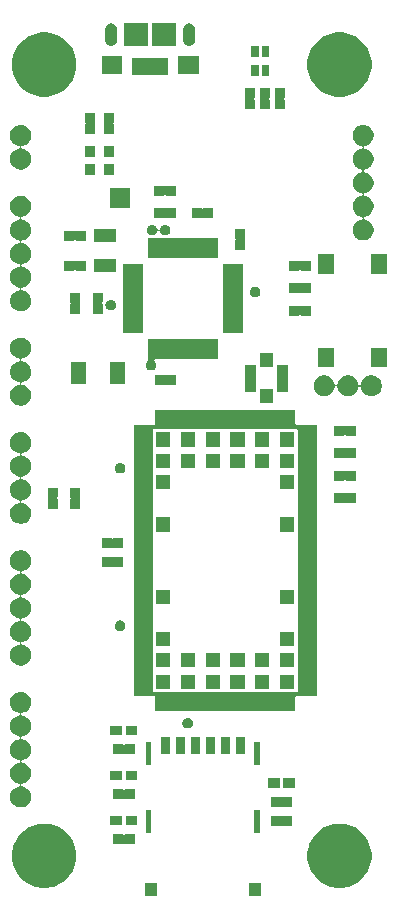
<source format=gbr>
G04 #@! TF.GenerationSoftware,KiCad,Pcbnew,5.0.2-bee76a0~70~ubuntu18.04.1*
G04 #@! TF.CreationDate,2019-10-21T17:09:24+02:00*
G04 #@! TF.ProjectId,easyhive_1_3,65617379-6869-4766-955f-315f332e6b69,rev?*
G04 #@! TF.SameCoordinates,Original*
G04 #@! TF.FileFunction,Soldermask,Top*
G04 #@! TF.FilePolarity,Negative*
%FSLAX46Y46*%
G04 Gerber Fmt 4.6, Leading zero omitted, Abs format (unit mm)*
G04 Created by KiCad (PCBNEW 5.0.2-bee76a0~70~ubuntu18.04.1) date Mo 21 Okt 2019 17:09:24 CEST*
%MOMM*%
%LPD*%
G01*
G04 APERTURE LIST*
%ADD10C,0.100000*%
G04 APERTURE END LIST*
D10*
G36*
X154317100Y-141859600D02*
X153315100Y-141859600D01*
X153315100Y-140757600D01*
X154317100Y-140757600D01*
X154317100Y-141859600D01*
X154317100Y-141859600D01*
G37*
G36*
X145517100Y-141859600D02*
X144515100Y-141859600D01*
X144515100Y-140757600D01*
X145517100Y-140757600D01*
X145517100Y-141859600D01*
X145517100Y-141859600D01*
G37*
G36*
X136531355Y-135837825D02*
X136793911Y-135890051D01*
X137288556Y-136094940D01*
X137727801Y-136388435D01*
X137733727Y-136392394D01*
X138112306Y-136770973D01*
X138112308Y-136770976D01*
X138409760Y-137216144D01*
X138538105Y-137525995D01*
X138614649Y-137710790D01*
X138719100Y-138235899D01*
X138719100Y-138771301D01*
X138614649Y-139296410D01*
X138409761Y-139791054D01*
X138112306Y-140236227D01*
X137733727Y-140614806D01*
X137733724Y-140614808D01*
X137288556Y-140912260D01*
X136793911Y-141117149D01*
X136531355Y-141169375D01*
X136268801Y-141221600D01*
X135733399Y-141221600D01*
X135470845Y-141169375D01*
X135208289Y-141117149D01*
X134713644Y-140912260D01*
X134268476Y-140614808D01*
X134268473Y-140614806D01*
X133889894Y-140236227D01*
X133592439Y-139791054D01*
X133387551Y-139296410D01*
X133283100Y-138771301D01*
X133283100Y-138235899D01*
X133387551Y-137710790D01*
X133464096Y-137525995D01*
X133592440Y-137216144D01*
X133889892Y-136770976D01*
X133889894Y-136770973D01*
X134268473Y-136392394D01*
X134274399Y-136388435D01*
X134713644Y-136094940D01*
X135208289Y-135890051D01*
X135470845Y-135837825D01*
X135733399Y-135785600D01*
X136268801Y-135785600D01*
X136531355Y-135837825D01*
X136531355Y-135837825D01*
G37*
G36*
X161531355Y-135837825D02*
X161793911Y-135890051D01*
X162288556Y-136094940D01*
X162727801Y-136388435D01*
X162733727Y-136392394D01*
X163112306Y-136770973D01*
X163112308Y-136770976D01*
X163409760Y-137216144D01*
X163538105Y-137525995D01*
X163614649Y-137710790D01*
X163719100Y-138235899D01*
X163719100Y-138771301D01*
X163614649Y-139296410D01*
X163409761Y-139791054D01*
X163112306Y-140236227D01*
X162733727Y-140614806D01*
X162733724Y-140614808D01*
X162288556Y-140912260D01*
X161793911Y-141117149D01*
X161531355Y-141169375D01*
X161268801Y-141221600D01*
X160733399Y-141221600D01*
X160470845Y-141169375D01*
X160208289Y-141117149D01*
X159713644Y-140912260D01*
X159268476Y-140614808D01*
X159268473Y-140614806D01*
X158889894Y-140236227D01*
X158592439Y-139791054D01*
X158387551Y-139296410D01*
X158283100Y-138771301D01*
X158283100Y-138235899D01*
X158387551Y-137710790D01*
X158464096Y-137525995D01*
X158592440Y-137216144D01*
X158889892Y-136770976D01*
X158889894Y-136770973D01*
X159268473Y-136392394D01*
X159274399Y-136388435D01*
X159713644Y-136094940D01*
X160208289Y-135890051D01*
X160470845Y-135837825D01*
X160733399Y-135785600D01*
X161268801Y-135785600D01*
X161531355Y-135837825D01*
X161531355Y-135837825D01*
G37*
G36*
X142669296Y-136688399D02*
X142689670Y-136702013D01*
X142712309Y-136711392D01*
X142736342Y-136716174D01*
X142760846Y-136716175D01*
X142784880Y-136711395D01*
X142807519Y-136702019D01*
X142827895Y-136688406D01*
X142836201Y-136680100D01*
X143649600Y-136680100D01*
X143649600Y-137532100D01*
X142836202Y-137532100D01*
X142827904Y-137523801D01*
X142807530Y-137510187D01*
X142784891Y-137500808D01*
X142760858Y-137496026D01*
X142736354Y-137496025D01*
X142712320Y-137500805D01*
X142689681Y-137510181D01*
X142669305Y-137523794D01*
X142660999Y-137532100D01*
X141847600Y-137532100D01*
X141847600Y-136680100D01*
X142660998Y-136680100D01*
X142669296Y-136688399D01*
X142669296Y-136688399D01*
G37*
G36*
X154237100Y-136539600D02*
X153785100Y-136539600D01*
X153785100Y-134637600D01*
X154237100Y-134637600D01*
X154237100Y-136539600D01*
X154237100Y-136539600D01*
G37*
G36*
X145046100Y-136539600D02*
X144594100Y-136539600D01*
X144594100Y-134637600D01*
X145046100Y-134637600D01*
X145046100Y-136539600D01*
X145046100Y-136539600D01*
G37*
G36*
X156004296Y-135100899D02*
X156024670Y-135114513D01*
X156047309Y-135123892D01*
X156071342Y-135128674D01*
X156095846Y-135128675D01*
X156119880Y-135123895D01*
X156142519Y-135114519D01*
X156162895Y-135100906D01*
X156171201Y-135092600D01*
X156984600Y-135092600D01*
X156984600Y-135944600D01*
X156171202Y-135944600D01*
X156162904Y-135936301D01*
X156142530Y-135922687D01*
X156119891Y-135913308D01*
X156095858Y-135908526D01*
X156071354Y-135908525D01*
X156047320Y-135913305D01*
X156024681Y-135922681D01*
X156004305Y-135936294D01*
X155995999Y-135944600D01*
X155182600Y-135944600D01*
X155182600Y-135092600D01*
X155995998Y-135092600D01*
X156004296Y-135100899D01*
X156004296Y-135100899D01*
G37*
G36*
X143899600Y-135919600D02*
X142897600Y-135919600D01*
X142897600Y-135117600D01*
X143899600Y-135117600D01*
X143899600Y-135919600D01*
X143899600Y-135919600D01*
G37*
G36*
X142599600Y-135919600D02*
X141597600Y-135919600D01*
X141597600Y-135117600D01*
X142599600Y-135117600D01*
X142599600Y-135919600D01*
X142599600Y-135919600D01*
G37*
G36*
X134260467Y-124648571D02*
X134260469Y-124648572D01*
X134260470Y-124648572D01*
X134320247Y-124673332D01*
X134422295Y-124715602D01*
X134567935Y-124812916D01*
X134691784Y-124936765D01*
X134789098Y-125082405D01*
X134856129Y-125244233D01*
X134890300Y-125416020D01*
X134890300Y-125591180D01*
X134856129Y-125762967D01*
X134789098Y-125924795D01*
X134691784Y-126070435D01*
X134567935Y-126194284D01*
X134422295Y-126291598D01*
X134320247Y-126333868D01*
X134260470Y-126358628D01*
X134260469Y-126358628D01*
X134260467Y-126358629D01*
X134147992Y-126381002D01*
X134124543Y-126388115D01*
X134102932Y-126399666D01*
X134083990Y-126415212D01*
X134068444Y-126434154D01*
X134056893Y-126455764D01*
X134049780Y-126479214D01*
X134047378Y-126503600D01*
X134049780Y-126527986D01*
X134056893Y-126551435D01*
X134068444Y-126573046D01*
X134083990Y-126591988D01*
X134102932Y-126607534D01*
X134124542Y-126619085D01*
X134147992Y-126626198D01*
X134260467Y-126648571D01*
X134260469Y-126648572D01*
X134260470Y-126648572D01*
X134320247Y-126673332D01*
X134422295Y-126715602D01*
X134567935Y-126812916D01*
X134691784Y-126936765D01*
X134789098Y-127082405D01*
X134856129Y-127244233D01*
X134890300Y-127416020D01*
X134890300Y-127591180D01*
X134856129Y-127762967D01*
X134789098Y-127924795D01*
X134691784Y-128070435D01*
X134567935Y-128194284D01*
X134422295Y-128291598D01*
X134402976Y-128299600D01*
X134260470Y-128358628D01*
X134260469Y-128358628D01*
X134260467Y-128358629D01*
X134147992Y-128381002D01*
X134124543Y-128388115D01*
X134102932Y-128399666D01*
X134083990Y-128415212D01*
X134068444Y-128434154D01*
X134056893Y-128455764D01*
X134049780Y-128479214D01*
X134047378Y-128503600D01*
X134049780Y-128527986D01*
X134056893Y-128551435D01*
X134068444Y-128573046D01*
X134083990Y-128591988D01*
X134102932Y-128607534D01*
X134124542Y-128619085D01*
X134147992Y-128626198D01*
X134260467Y-128648571D01*
X134260469Y-128648572D01*
X134260470Y-128648572D01*
X134320247Y-128673332D01*
X134422295Y-128715602D01*
X134567935Y-128812916D01*
X134691784Y-128936765D01*
X134789098Y-129082405D01*
X134856129Y-129244233D01*
X134890300Y-129416020D01*
X134890300Y-129591180D01*
X134856129Y-129762967D01*
X134789098Y-129924795D01*
X134691784Y-130070435D01*
X134567935Y-130194284D01*
X134422295Y-130291598D01*
X134320247Y-130333868D01*
X134260470Y-130358628D01*
X134260469Y-130358628D01*
X134260467Y-130358629D01*
X134147992Y-130381002D01*
X134124543Y-130388115D01*
X134102932Y-130399666D01*
X134083990Y-130415212D01*
X134068444Y-130434154D01*
X134056893Y-130455764D01*
X134049780Y-130479214D01*
X134047378Y-130503600D01*
X134049780Y-130527986D01*
X134056893Y-130551435D01*
X134068444Y-130573046D01*
X134083990Y-130591988D01*
X134102932Y-130607534D01*
X134124542Y-130619085D01*
X134147992Y-130626198D01*
X134260467Y-130648571D01*
X134260469Y-130648572D01*
X134260470Y-130648572D01*
X134320247Y-130673332D01*
X134422295Y-130715602D01*
X134567935Y-130812916D01*
X134691784Y-130936765D01*
X134789098Y-131082405D01*
X134856129Y-131244233D01*
X134890300Y-131416020D01*
X134890300Y-131591180D01*
X134856129Y-131762967D01*
X134789098Y-131924795D01*
X134691784Y-132070435D01*
X134567935Y-132194284D01*
X134422295Y-132291598D01*
X134320247Y-132333868D01*
X134260470Y-132358628D01*
X134260469Y-132358628D01*
X134260467Y-132358629D01*
X134147992Y-132381002D01*
X134124543Y-132388115D01*
X134102932Y-132399666D01*
X134083990Y-132415212D01*
X134068444Y-132434154D01*
X134056893Y-132455764D01*
X134049780Y-132479214D01*
X134047378Y-132503600D01*
X134049780Y-132527986D01*
X134056893Y-132551435D01*
X134068444Y-132573046D01*
X134083990Y-132591988D01*
X134102932Y-132607534D01*
X134124542Y-132619085D01*
X134147992Y-132626198D01*
X134260467Y-132648571D01*
X134260469Y-132648572D01*
X134260470Y-132648572D01*
X134320247Y-132673332D01*
X134422295Y-132715602D01*
X134567935Y-132812916D01*
X134691784Y-132936765D01*
X134789098Y-133082405D01*
X134856129Y-133244233D01*
X134890300Y-133416020D01*
X134890300Y-133591180D01*
X134856129Y-133762967D01*
X134789098Y-133924795D01*
X134691784Y-134070435D01*
X134567935Y-134194284D01*
X134422295Y-134291598D01*
X134339704Y-134325808D01*
X134260470Y-134358628D01*
X134260469Y-134358628D01*
X134260467Y-134358629D01*
X134088680Y-134392800D01*
X133913520Y-134392800D01*
X133741733Y-134358629D01*
X133741731Y-134358628D01*
X133741730Y-134358628D01*
X133662496Y-134325808D01*
X133579905Y-134291598D01*
X133434265Y-134194284D01*
X133310416Y-134070435D01*
X133213102Y-133924795D01*
X133146071Y-133762967D01*
X133111900Y-133591180D01*
X133111900Y-133416020D01*
X133146071Y-133244233D01*
X133213102Y-133082405D01*
X133310416Y-132936765D01*
X133434265Y-132812916D01*
X133579905Y-132715602D01*
X133681953Y-132673332D01*
X133741730Y-132648572D01*
X133741731Y-132648572D01*
X133741733Y-132648571D01*
X133854208Y-132626198D01*
X133877657Y-132619085D01*
X133899268Y-132607534D01*
X133918210Y-132591988D01*
X133933756Y-132573046D01*
X133945307Y-132551436D01*
X133952420Y-132527986D01*
X133954822Y-132503600D01*
X133952420Y-132479214D01*
X133945307Y-132455765D01*
X133933756Y-132434154D01*
X133918210Y-132415212D01*
X133899268Y-132399666D01*
X133877658Y-132388115D01*
X133854208Y-132381002D01*
X133741733Y-132358629D01*
X133741731Y-132358628D01*
X133741730Y-132358628D01*
X133681953Y-132333868D01*
X133579905Y-132291598D01*
X133434265Y-132194284D01*
X133310416Y-132070435D01*
X133213102Y-131924795D01*
X133146071Y-131762967D01*
X133111900Y-131591180D01*
X133111900Y-131416020D01*
X133146071Y-131244233D01*
X133213102Y-131082405D01*
X133310416Y-130936765D01*
X133434265Y-130812916D01*
X133579905Y-130715602D01*
X133681953Y-130673332D01*
X133741730Y-130648572D01*
X133741731Y-130648572D01*
X133741733Y-130648571D01*
X133854208Y-130626198D01*
X133877657Y-130619085D01*
X133899268Y-130607534D01*
X133918210Y-130591988D01*
X133933756Y-130573046D01*
X133945307Y-130551436D01*
X133952420Y-130527986D01*
X133954822Y-130503600D01*
X133952420Y-130479214D01*
X133945307Y-130455765D01*
X133933756Y-130434154D01*
X133918210Y-130415212D01*
X133899268Y-130399666D01*
X133877658Y-130388115D01*
X133854208Y-130381002D01*
X133741733Y-130358629D01*
X133741731Y-130358628D01*
X133741730Y-130358628D01*
X133681953Y-130333868D01*
X133579905Y-130291598D01*
X133434265Y-130194284D01*
X133310416Y-130070435D01*
X133213102Y-129924795D01*
X133146071Y-129762967D01*
X133111900Y-129591180D01*
X133111900Y-129416020D01*
X133146071Y-129244233D01*
X133213102Y-129082405D01*
X133310416Y-128936765D01*
X133434265Y-128812916D01*
X133579905Y-128715602D01*
X133681953Y-128673332D01*
X133741730Y-128648572D01*
X133741731Y-128648572D01*
X133741733Y-128648571D01*
X133854208Y-128626198D01*
X133877657Y-128619085D01*
X133899268Y-128607534D01*
X133918210Y-128591988D01*
X133933756Y-128573046D01*
X133945307Y-128551436D01*
X133952420Y-128527986D01*
X133954822Y-128503600D01*
X133952420Y-128479214D01*
X133945307Y-128455765D01*
X133933756Y-128434154D01*
X133918210Y-128415212D01*
X133899268Y-128399666D01*
X133877658Y-128388115D01*
X133854208Y-128381002D01*
X133741733Y-128358629D01*
X133741731Y-128358628D01*
X133741730Y-128358628D01*
X133599224Y-128299600D01*
X133579905Y-128291598D01*
X133434265Y-128194284D01*
X133310416Y-128070435D01*
X133213102Y-127924795D01*
X133146071Y-127762967D01*
X133111900Y-127591180D01*
X133111900Y-127416020D01*
X133146071Y-127244233D01*
X133213102Y-127082405D01*
X133310416Y-126936765D01*
X133434265Y-126812916D01*
X133579905Y-126715602D01*
X133681953Y-126673332D01*
X133741730Y-126648572D01*
X133741731Y-126648572D01*
X133741733Y-126648571D01*
X133854208Y-126626198D01*
X133877657Y-126619085D01*
X133899268Y-126607534D01*
X133918210Y-126591988D01*
X133933756Y-126573046D01*
X133945307Y-126551436D01*
X133952420Y-126527986D01*
X133954822Y-126503600D01*
X133952420Y-126479214D01*
X133945307Y-126455765D01*
X133933756Y-126434154D01*
X133918210Y-126415212D01*
X133899268Y-126399666D01*
X133877658Y-126388115D01*
X133854208Y-126381002D01*
X133741733Y-126358629D01*
X133741731Y-126358628D01*
X133741730Y-126358628D01*
X133681953Y-126333868D01*
X133579905Y-126291598D01*
X133434265Y-126194284D01*
X133310416Y-126070435D01*
X133213102Y-125924795D01*
X133146071Y-125762967D01*
X133111900Y-125591180D01*
X133111900Y-125416020D01*
X133146071Y-125244233D01*
X133213102Y-125082405D01*
X133310416Y-124936765D01*
X133434265Y-124812916D01*
X133579905Y-124715602D01*
X133681953Y-124673332D01*
X133741730Y-124648572D01*
X133741731Y-124648572D01*
X133741733Y-124648571D01*
X133913520Y-124614400D01*
X134088680Y-124614400D01*
X134260467Y-124648571D01*
X134260467Y-124648571D01*
G37*
G36*
X156004296Y-133513399D02*
X156024670Y-133527013D01*
X156047309Y-133536392D01*
X156071342Y-133541174D01*
X156095846Y-133541175D01*
X156119880Y-133536395D01*
X156142519Y-133527019D01*
X156162895Y-133513406D01*
X156171201Y-133505100D01*
X156984600Y-133505100D01*
X156984600Y-134357100D01*
X156171202Y-134357100D01*
X156162904Y-134348801D01*
X156142530Y-134335187D01*
X156119891Y-134325808D01*
X156095858Y-134321026D01*
X156071354Y-134321025D01*
X156047320Y-134325805D01*
X156024681Y-134335181D01*
X156004305Y-134348794D01*
X155995999Y-134357100D01*
X155182600Y-134357100D01*
X155182600Y-133505100D01*
X155995998Y-133505100D01*
X156004296Y-133513399D01*
X156004296Y-133513399D01*
G37*
G36*
X142669296Y-132878399D02*
X142689670Y-132892013D01*
X142712309Y-132901392D01*
X142736342Y-132906174D01*
X142760846Y-132906175D01*
X142784880Y-132901395D01*
X142807519Y-132892019D01*
X142827895Y-132878406D01*
X142836201Y-132870100D01*
X143649600Y-132870100D01*
X143649600Y-133722100D01*
X142836202Y-133722100D01*
X142827904Y-133713801D01*
X142807530Y-133700187D01*
X142784891Y-133690808D01*
X142760858Y-133686026D01*
X142736354Y-133686025D01*
X142712320Y-133690805D01*
X142689681Y-133700181D01*
X142669305Y-133713794D01*
X142660999Y-133722100D01*
X141847600Y-133722100D01*
X141847600Y-132870100D01*
X142660998Y-132870100D01*
X142669296Y-132878399D01*
X142669296Y-132878399D01*
G37*
G36*
X155934600Y-132744600D02*
X154932600Y-132744600D01*
X154932600Y-131942600D01*
X155934600Y-131942600D01*
X155934600Y-132744600D01*
X155934600Y-132744600D01*
G37*
G36*
X157234600Y-132744600D02*
X156232600Y-132744600D01*
X156232600Y-131942600D01*
X157234600Y-131942600D01*
X157234600Y-132744600D01*
X157234600Y-132744600D01*
G37*
G36*
X142599600Y-132109600D02*
X141597600Y-132109600D01*
X141597600Y-131307600D01*
X142599600Y-131307600D01*
X142599600Y-132109600D01*
X142599600Y-132109600D01*
G37*
G36*
X143899600Y-132109600D02*
X142897600Y-132109600D01*
X142897600Y-131307600D01*
X143899600Y-131307600D01*
X143899600Y-132109600D01*
X143899600Y-132109600D01*
G37*
G36*
X154237100Y-130789600D02*
X153785100Y-130789600D01*
X153785100Y-128887600D01*
X154237100Y-128887600D01*
X154237100Y-130789600D01*
X154237100Y-130789600D01*
G37*
G36*
X145046100Y-130789600D02*
X144594100Y-130789600D01*
X144594100Y-128887600D01*
X145046100Y-128887600D01*
X145046100Y-130789600D01*
X145046100Y-130789600D01*
G37*
G36*
X142669296Y-129068399D02*
X142689670Y-129082013D01*
X142712309Y-129091392D01*
X142736342Y-129096174D01*
X142760846Y-129096175D01*
X142784880Y-129091395D01*
X142807519Y-129082019D01*
X142827895Y-129068406D01*
X142836201Y-129060100D01*
X143649600Y-129060100D01*
X143649600Y-129912100D01*
X142836202Y-129912100D01*
X142827904Y-129903801D01*
X142807530Y-129890187D01*
X142784891Y-129880808D01*
X142760858Y-129876026D01*
X142736354Y-129876025D01*
X142712320Y-129880805D01*
X142689681Y-129890181D01*
X142669305Y-129903794D01*
X142660999Y-129912100D01*
X141847600Y-129912100D01*
X141847600Y-129060100D01*
X142660998Y-129060100D01*
X142669296Y-129068399D01*
X142669296Y-129068399D01*
G37*
G36*
X152972100Y-129869600D02*
X152220100Y-129869600D01*
X152220100Y-128467600D01*
X152972100Y-128467600D01*
X152972100Y-129869600D01*
X152972100Y-129869600D01*
G37*
G36*
X149162100Y-129869600D02*
X148410100Y-129869600D01*
X148410100Y-128467600D01*
X149162100Y-128467600D01*
X149162100Y-129869600D01*
X149162100Y-129869600D01*
G37*
G36*
X147892100Y-129869600D02*
X147140100Y-129869600D01*
X147140100Y-128467600D01*
X147892100Y-128467600D01*
X147892100Y-129869600D01*
X147892100Y-129869600D01*
G37*
G36*
X150432100Y-129869600D02*
X149680100Y-129869600D01*
X149680100Y-128467600D01*
X150432100Y-128467600D01*
X150432100Y-129869600D01*
X150432100Y-129869600D01*
G37*
G36*
X151702100Y-129869600D02*
X150950100Y-129869600D01*
X150950100Y-128467600D01*
X151702100Y-128467600D01*
X151702100Y-129869600D01*
X151702100Y-129869600D01*
G37*
G36*
X146622100Y-129869600D02*
X145870100Y-129869600D01*
X145870100Y-128467600D01*
X146622100Y-128467600D01*
X146622100Y-129869600D01*
X146622100Y-129869600D01*
G37*
G36*
X143899600Y-128299600D02*
X142897600Y-128299600D01*
X142897600Y-127497600D01*
X143899600Y-127497600D01*
X143899600Y-128299600D01*
X143899600Y-128299600D01*
G37*
G36*
X142599600Y-128299600D02*
X141597600Y-128299600D01*
X141597600Y-127497600D01*
X142599600Y-127497600D01*
X142599600Y-128299600D01*
X142599600Y-128299600D01*
G37*
G36*
X148234087Y-126821265D02*
X148318691Y-126846929D01*
X148396663Y-126888606D01*
X148465006Y-126944694D01*
X148521094Y-127013037D01*
X148562771Y-127091009D01*
X148588435Y-127175613D01*
X148597101Y-127263599D01*
X148597101Y-127263601D01*
X148588435Y-127351587D01*
X148562771Y-127436191D01*
X148521094Y-127514163D01*
X148465006Y-127582506D01*
X148396663Y-127638594D01*
X148318691Y-127680271D01*
X148234087Y-127705935D01*
X148146101Y-127714601D01*
X148146099Y-127714601D01*
X148058113Y-127705935D01*
X147973509Y-127680271D01*
X147895537Y-127638594D01*
X147827194Y-127582506D01*
X147771106Y-127514163D01*
X147729429Y-127436191D01*
X147703765Y-127351587D01*
X147695099Y-127263601D01*
X147695099Y-127263599D01*
X147703765Y-127175613D01*
X147729429Y-127091009D01*
X147771106Y-127013037D01*
X147827194Y-126944694D01*
X147895537Y-126888606D01*
X147973509Y-126846929D01*
X148058113Y-126821265D01*
X148146099Y-126812599D01*
X148146101Y-126812599D01*
X148234087Y-126821265D01*
X148234087Y-126821265D01*
G37*
G36*
X157272100Y-101922600D02*
X157274502Y-101946986D01*
X157281615Y-101970435D01*
X157293166Y-101992046D01*
X157308712Y-102010988D01*
X157327654Y-102026534D01*
X157349265Y-102038085D01*
X157372714Y-102045198D01*
X157397100Y-102047600D01*
X159072100Y-102047600D01*
X159072100Y-124949600D01*
X157397100Y-124949600D01*
X157372714Y-124952002D01*
X157349265Y-124959115D01*
X157327654Y-124970666D01*
X157308712Y-124986212D01*
X157293166Y-125005154D01*
X157281615Y-125026765D01*
X157274502Y-125050214D01*
X157272100Y-125074600D01*
X157272100Y-126249600D01*
X145370100Y-126249600D01*
X145370100Y-125074600D01*
X145367698Y-125050214D01*
X145360585Y-125026765D01*
X145349034Y-125005154D01*
X145333488Y-124986212D01*
X145314546Y-124970666D01*
X145292935Y-124959115D01*
X145269486Y-124952002D01*
X145245100Y-124949600D01*
X143570100Y-124949600D01*
X143570100Y-102474600D01*
X145172100Y-102474600D01*
X145172100Y-124522600D01*
X145174502Y-124546986D01*
X145181615Y-124570435D01*
X145193166Y-124592046D01*
X145208712Y-124610988D01*
X145227654Y-124626534D01*
X145249265Y-124638085D01*
X145272714Y-124645198D01*
X145297100Y-124647600D01*
X157345100Y-124647600D01*
X157369486Y-124645198D01*
X157392935Y-124638085D01*
X157414546Y-124626534D01*
X157433488Y-124610988D01*
X157449034Y-124592046D01*
X157460585Y-124570435D01*
X157467698Y-124546986D01*
X157470100Y-124522600D01*
X157470100Y-102474600D01*
X157467698Y-102450214D01*
X157460585Y-102426765D01*
X157449034Y-102405154D01*
X157433488Y-102386212D01*
X157414546Y-102370666D01*
X157392935Y-102359115D01*
X157369486Y-102352002D01*
X157345100Y-102349600D01*
X145297100Y-102349600D01*
X145272714Y-102352002D01*
X145249265Y-102359115D01*
X145227654Y-102370666D01*
X145208712Y-102386212D01*
X145193166Y-102405154D01*
X145181615Y-102426765D01*
X145174502Y-102450214D01*
X145172100Y-102474600D01*
X143570100Y-102474600D01*
X143570100Y-102047600D01*
X145245100Y-102047600D01*
X145269486Y-102045198D01*
X145292935Y-102038085D01*
X145314546Y-102026534D01*
X145333488Y-102010988D01*
X145349034Y-101992046D01*
X145360585Y-101970435D01*
X145367698Y-101946986D01*
X145370100Y-101922600D01*
X145370100Y-100747600D01*
X157272100Y-100747600D01*
X157272100Y-101922600D01*
X157272100Y-101922600D01*
G37*
G36*
X152972100Y-124349600D02*
X151770100Y-124349600D01*
X151770100Y-123147600D01*
X152972100Y-123147600D01*
X152972100Y-124349600D01*
X152972100Y-124349600D01*
G37*
G36*
X148772100Y-124349600D02*
X147570100Y-124349600D01*
X147570100Y-123147600D01*
X148772100Y-123147600D01*
X148772100Y-124349600D01*
X148772100Y-124349600D01*
G37*
G36*
X155072100Y-124349600D02*
X153870100Y-124349600D01*
X153870100Y-123147600D01*
X155072100Y-123147600D01*
X155072100Y-124349600D01*
X155072100Y-124349600D01*
G37*
G36*
X157172100Y-124349600D02*
X155970100Y-124349600D01*
X155970100Y-123147600D01*
X157172100Y-123147600D01*
X157172100Y-124349600D01*
X157172100Y-124349600D01*
G37*
G36*
X150872100Y-124349600D02*
X149670100Y-124349600D01*
X149670100Y-123147600D01*
X150872100Y-123147600D01*
X150872100Y-124349600D01*
X150872100Y-124349600D01*
G37*
G36*
X146672100Y-124349600D02*
X145470100Y-124349600D01*
X145470100Y-123147600D01*
X146672100Y-123147600D01*
X146672100Y-124349600D01*
X146672100Y-124349600D01*
G37*
G36*
X152972100Y-122549600D02*
X151770100Y-122549600D01*
X151770100Y-121347600D01*
X152972100Y-121347600D01*
X152972100Y-122549600D01*
X152972100Y-122549600D01*
G37*
G36*
X157172100Y-122549600D02*
X155970100Y-122549600D01*
X155970100Y-121347600D01*
X157172100Y-121347600D01*
X157172100Y-122549600D01*
X157172100Y-122549600D01*
G37*
G36*
X155072100Y-122549600D02*
X153870100Y-122549600D01*
X153870100Y-121347600D01*
X155072100Y-121347600D01*
X155072100Y-122549600D01*
X155072100Y-122549600D01*
G37*
G36*
X148772100Y-122549600D02*
X147570100Y-122549600D01*
X147570100Y-121347600D01*
X148772100Y-121347600D01*
X148772100Y-122549600D01*
X148772100Y-122549600D01*
G37*
G36*
X150872100Y-122549600D02*
X149670100Y-122549600D01*
X149670100Y-121347600D01*
X150872100Y-121347600D01*
X150872100Y-122549600D01*
X150872100Y-122549600D01*
G37*
G36*
X146672100Y-122549600D02*
X145470100Y-122549600D01*
X145470100Y-121347600D01*
X146672100Y-121347600D01*
X146672100Y-122549600D01*
X146672100Y-122549600D01*
G37*
G36*
X157172100Y-120749600D02*
X155970100Y-120749600D01*
X155970100Y-119547600D01*
X157172100Y-119547600D01*
X157172100Y-120749600D01*
X157172100Y-120749600D01*
G37*
G36*
X146672100Y-120749600D02*
X145470100Y-120749600D01*
X145470100Y-119547600D01*
X146672100Y-119547600D01*
X146672100Y-120749600D01*
X146672100Y-120749600D01*
G37*
G36*
X146672100Y-117149600D02*
X145470100Y-117149600D01*
X145470100Y-115947600D01*
X146672100Y-115947600D01*
X146672100Y-117149600D01*
X146672100Y-117149600D01*
G37*
G36*
X157172100Y-117149600D02*
X155970100Y-117149600D01*
X155970100Y-115947600D01*
X157172100Y-115947600D01*
X157172100Y-117149600D01*
X157172100Y-117149600D01*
G37*
G36*
X157172100Y-111049600D02*
X155970100Y-111049600D01*
X155970100Y-109847600D01*
X157172100Y-109847600D01*
X157172100Y-111049600D01*
X157172100Y-111049600D01*
G37*
G36*
X146672100Y-111049600D02*
X145470100Y-111049600D01*
X145470100Y-109847600D01*
X146672100Y-109847600D01*
X146672100Y-111049600D01*
X146672100Y-111049600D01*
G37*
G36*
X146672100Y-107449600D02*
X145470100Y-107449600D01*
X145470100Y-106247600D01*
X146672100Y-106247600D01*
X146672100Y-107449600D01*
X146672100Y-107449600D01*
G37*
G36*
X157172100Y-107449600D02*
X155970100Y-107449600D01*
X155970100Y-106247600D01*
X157172100Y-106247600D01*
X157172100Y-107449600D01*
X157172100Y-107449600D01*
G37*
G36*
X146672100Y-105649600D02*
X145470100Y-105649600D01*
X145470100Y-104447600D01*
X146672100Y-104447600D01*
X146672100Y-105649600D01*
X146672100Y-105649600D01*
G37*
G36*
X157172100Y-105649600D02*
X155970100Y-105649600D01*
X155970100Y-104447600D01*
X157172100Y-104447600D01*
X157172100Y-105649600D01*
X157172100Y-105649600D01*
G37*
G36*
X152972100Y-105649600D02*
X151770100Y-105649600D01*
X151770100Y-104447600D01*
X152972100Y-104447600D01*
X152972100Y-105649600D01*
X152972100Y-105649600D01*
G37*
G36*
X150872100Y-105649600D02*
X149670100Y-105649600D01*
X149670100Y-104447600D01*
X150872100Y-104447600D01*
X150872100Y-105649600D01*
X150872100Y-105649600D01*
G37*
G36*
X155072100Y-105649600D02*
X153870100Y-105649600D01*
X153870100Y-104447600D01*
X155072100Y-104447600D01*
X155072100Y-105649600D01*
X155072100Y-105649600D01*
G37*
G36*
X148772100Y-105649600D02*
X147570100Y-105649600D01*
X147570100Y-104447600D01*
X148772100Y-104447600D01*
X148772100Y-105649600D01*
X148772100Y-105649600D01*
G37*
G36*
X155072100Y-103849600D02*
X153870100Y-103849600D01*
X153870100Y-102647600D01*
X155072100Y-102647600D01*
X155072100Y-103849600D01*
X155072100Y-103849600D01*
G37*
G36*
X157172100Y-103849600D02*
X155970100Y-103849600D01*
X155970100Y-102647600D01*
X157172100Y-102647600D01*
X157172100Y-103849600D01*
X157172100Y-103849600D01*
G37*
G36*
X152972100Y-103849600D02*
X151770100Y-103849600D01*
X151770100Y-102647600D01*
X152972100Y-102647600D01*
X152972100Y-103849600D01*
X152972100Y-103849600D01*
G37*
G36*
X146672100Y-103849600D02*
X145470100Y-103849600D01*
X145470100Y-102647600D01*
X146672100Y-102647600D01*
X146672100Y-103849600D01*
X146672100Y-103849600D01*
G37*
G36*
X148772100Y-103849600D02*
X147570100Y-103849600D01*
X147570100Y-102647600D01*
X148772100Y-102647600D01*
X148772100Y-103849600D01*
X148772100Y-103849600D01*
G37*
G36*
X150872100Y-103849600D02*
X149670100Y-103849600D01*
X149670100Y-102647600D01*
X150872100Y-102647600D01*
X150872100Y-103849600D01*
X150872100Y-103849600D01*
G37*
G36*
X134260467Y-112648571D02*
X134260469Y-112648572D01*
X134260470Y-112648572D01*
X134320247Y-112673332D01*
X134422295Y-112715602D01*
X134567935Y-112812916D01*
X134691784Y-112936765D01*
X134789098Y-113082405D01*
X134856129Y-113244233D01*
X134890300Y-113416020D01*
X134890300Y-113591180D01*
X134856129Y-113762967D01*
X134789098Y-113924795D01*
X134691784Y-114070435D01*
X134567935Y-114194284D01*
X134422295Y-114291598D01*
X134320247Y-114333868D01*
X134260470Y-114358628D01*
X134260469Y-114358628D01*
X134260467Y-114358629D01*
X134147992Y-114381002D01*
X134124543Y-114388115D01*
X134102932Y-114399666D01*
X134083990Y-114415212D01*
X134068444Y-114434154D01*
X134056893Y-114455764D01*
X134049780Y-114479214D01*
X134047378Y-114503600D01*
X134049780Y-114527986D01*
X134056893Y-114551435D01*
X134068444Y-114573046D01*
X134083990Y-114591988D01*
X134102932Y-114607534D01*
X134124542Y-114619085D01*
X134147992Y-114626198D01*
X134260467Y-114648571D01*
X134260469Y-114648572D01*
X134260470Y-114648572D01*
X134320247Y-114673332D01*
X134422295Y-114715602D01*
X134567935Y-114812916D01*
X134691784Y-114936765D01*
X134789098Y-115082405D01*
X134856129Y-115244233D01*
X134890300Y-115416020D01*
X134890300Y-115591180D01*
X134856129Y-115762967D01*
X134789098Y-115924795D01*
X134691784Y-116070435D01*
X134567935Y-116194284D01*
X134422295Y-116291598D01*
X134320247Y-116333868D01*
X134260470Y-116358628D01*
X134260469Y-116358628D01*
X134260467Y-116358629D01*
X134147992Y-116381002D01*
X134124543Y-116388115D01*
X134102932Y-116399666D01*
X134083990Y-116415212D01*
X134068444Y-116434154D01*
X134056893Y-116455764D01*
X134049780Y-116479214D01*
X134047378Y-116503600D01*
X134049780Y-116527986D01*
X134056893Y-116551435D01*
X134068444Y-116573046D01*
X134083990Y-116591988D01*
X134102932Y-116607534D01*
X134124542Y-116619085D01*
X134147992Y-116626198D01*
X134260467Y-116648571D01*
X134260469Y-116648572D01*
X134260470Y-116648572D01*
X134320247Y-116673332D01*
X134422295Y-116715602D01*
X134567935Y-116812916D01*
X134691784Y-116936765D01*
X134789098Y-117082405D01*
X134856129Y-117244233D01*
X134890300Y-117416020D01*
X134890300Y-117591180D01*
X134856129Y-117762967D01*
X134789098Y-117924795D01*
X134691784Y-118070435D01*
X134567935Y-118194284D01*
X134422295Y-118291598D01*
X134320247Y-118333868D01*
X134260470Y-118358628D01*
X134260469Y-118358628D01*
X134260467Y-118358629D01*
X134147992Y-118381002D01*
X134124543Y-118388115D01*
X134102932Y-118399666D01*
X134083990Y-118415212D01*
X134068444Y-118434154D01*
X134056893Y-118455764D01*
X134049780Y-118479214D01*
X134047378Y-118503600D01*
X134049780Y-118527986D01*
X134056893Y-118551435D01*
X134068444Y-118573046D01*
X134083990Y-118591988D01*
X134102932Y-118607534D01*
X134124542Y-118619085D01*
X134147992Y-118626198D01*
X134260467Y-118648571D01*
X134260469Y-118648572D01*
X134260470Y-118648572D01*
X134320247Y-118673332D01*
X134422295Y-118715602D01*
X134567935Y-118812916D01*
X134691784Y-118936765D01*
X134789098Y-119082405D01*
X134856129Y-119244233D01*
X134890300Y-119416020D01*
X134890300Y-119591180D01*
X134856129Y-119762967D01*
X134789098Y-119924795D01*
X134691784Y-120070435D01*
X134567935Y-120194284D01*
X134422295Y-120291598D01*
X134320247Y-120333868D01*
X134260470Y-120358628D01*
X134260469Y-120358628D01*
X134260467Y-120358629D01*
X134147992Y-120381002D01*
X134124543Y-120388115D01*
X134102932Y-120399666D01*
X134083990Y-120415212D01*
X134068444Y-120434154D01*
X134056893Y-120455764D01*
X134049780Y-120479214D01*
X134047378Y-120503600D01*
X134049780Y-120527986D01*
X134056893Y-120551435D01*
X134068444Y-120573046D01*
X134083990Y-120591988D01*
X134102932Y-120607534D01*
X134124542Y-120619085D01*
X134147992Y-120626198D01*
X134260467Y-120648571D01*
X134260469Y-120648572D01*
X134260470Y-120648572D01*
X134320247Y-120673332D01*
X134422295Y-120715602D01*
X134567935Y-120812916D01*
X134691784Y-120936765D01*
X134789098Y-121082405D01*
X134856129Y-121244233D01*
X134890300Y-121416020D01*
X134890300Y-121591180D01*
X134856129Y-121762967D01*
X134789098Y-121924795D01*
X134691784Y-122070435D01*
X134567935Y-122194284D01*
X134422295Y-122291598D01*
X134320247Y-122333868D01*
X134260470Y-122358628D01*
X134260469Y-122358628D01*
X134260467Y-122358629D01*
X134088680Y-122392800D01*
X133913520Y-122392800D01*
X133741733Y-122358629D01*
X133741731Y-122358628D01*
X133741730Y-122358628D01*
X133681953Y-122333868D01*
X133579905Y-122291598D01*
X133434265Y-122194284D01*
X133310416Y-122070435D01*
X133213102Y-121924795D01*
X133146071Y-121762967D01*
X133111900Y-121591180D01*
X133111900Y-121416020D01*
X133146071Y-121244233D01*
X133213102Y-121082405D01*
X133310416Y-120936765D01*
X133434265Y-120812916D01*
X133579905Y-120715602D01*
X133681953Y-120673332D01*
X133741730Y-120648572D01*
X133741731Y-120648572D01*
X133741733Y-120648571D01*
X133854208Y-120626198D01*
X133877657Y-120619085D01*
X133899268Y-120607534D01*
X133918210Y-120591988D01*
X133933756Y-120573046D01*
X133945307Y-120551436D01*
X133952420Y-120527986D01*
X133954822Y-120503600D01*
X133952420Y-120479214D01*
X133945307Y-120455765D01*
X133933756Y-120434154D01*
X133918210Y-120415212D01*
X133899268Y-120399666D01*
X133877658Y-120388115D01*
X133854208Y-120381002D01*
X133741733Y-120358629D01*
X133741731Y-120358628D01*
X133741730Y-120358628D01*
X133681953Y-120333868D01*
X133579905Y-120291598D01*
X133434265Y-120194284D01*
X133310416Y-120070435D01*
X133213102Y-119924795D01*
X133146071Y-119762967D01*
X133111900Y-119591180D01*
X133111900Y-119416020D01*
X133146071Y-119244233D01*
X133213102Y-119082405D01*
X133310416Y-118936765D01*
X133434265Y-118812916D01*
X133579905Y-118715602D01*
X133681953Y-118673332D01*
X133741730Y-118648572D01*
X133741731Y-118648572D01*
X133741733Y-118648571D01*
X133854208Y-118626198D01*
X133877657Y-118619085D01*
X133899268Y-118607534D01*
X133918210Y-118591988D01*
X133933756Y-118573046D01*
X133945307Y-118551436D01*
X133952420Y-118527986D01*
X133954822Y-118503600D01*
X133952420Y-118479214D01*
X133945307Y-118455765D01*
X133933756Y-118434154D01*
X133918210Y-118415212D01*
X133899268Y-118399666D01*
X133877658Y-118388115D01*
X133854208Y-118381002D01*
X133741733Y-118358629D01*
X133741731Y-118358628D01*
X133741730Y-118358628D01*
X133681953Y-118333868D01*
X133579905Y-118291598D01*
X133434265Y-118194284D01*
X133310416Y-118070435D01*
X133213102Y-117924795D01*
X133146071Y-117762967D01*
X133111900Y-117591180D01*
X133111900Y-117416020D01*
X133146071Y-117244233D01*
X133213102Y-117082405D01*
X133310416Y-116936765D01*
X133434265Y-116812916D01*
X133579905Y-116715602D01*
X133681953Y-116673332D01*
X133741730Y-116648572D01*
X133741731Y-116648572D01*
X133741733Y-116648571D01*
X133854208Y-116626198D01*
X133877657Y-116619085D01*
X133899268Y-116607534D01*
X133918210Y-116591988D01*
X133933756Y-116573046D01*
X133945307Y-116551436D01*
X133952420Y-116527986D01*
X133954822Y-116503600D01*
X133952420Y-116479214D01*
X133945307Y-116455765D01*
X133933756Y-116434154D01*
X133918210Y-116415212D01*
X133899268Y-116399666D01*
X133877658Y-116388115D01*
X133854208Y-116381002D01*
X133741733Y-116358629D01*
X133741731Y-116358628D01*
X133741730Y-116358628D01*
X133681953Y-116333868D01*
X133579905Y-116291598D01*
X133434265Y-116194284D01*
X133310416Y-116070435D01*
X133213102Y-115924795D01*
X133146071Y-115762967D01*
X133111900Y-115591180D01*
X133111900Y-115416020D01*
X133146071Y-115244233D01*
X133213102Y-115082405D01*
X133310416Y-114936765D01*
X133434265Y-114812916D01*
X133579905Y-114715602D01*
X133681953Y-114673332D01*
X133741730Y-114648572D01*
X133741731Y-114648572D01*
X133741733Y-114648571D01*
X133854208Y-114626198D01*
X133877657Y-114619085D01*
X133899268Y-114607534D01*
X133918210Y-114591988D01*
X133933756Y-114573046D01*
X133945307Y-114551436D01*
X133952420Y-114527986D01*
X133954822Y-114503600D01*
X133952420Y-114479214D01*
X133945307Y-114455765D01*
X133933756Y-114434154D01*
X133918210Y-114415212D01*
X133899268Y-114399666D01*
X133877658Y-114388115D01*
X133854208Y-114381002D01*
X133741733Y-114358629D01*
X133741731Y-114358628D01*
X133741730Y-114358628D01*
X133681953Y-114333868D01*
X133579905Y-114291598D01*
X133434265Y-114194284D01*
X133310416Y-114070435D01*
X133213102Y-113924795D01*
X133146071Y-113762967D01*
X133111900Y-113591180D01*
X133111900Y-113416020D01*
X133146071Y-113244233D01*
X133213102Y-113082405D01*
X133310416Y-112936765D01*
X133434265Y-112812916D01*
X133579905Y-112715602D01*
X133681953Y-112673332D01*
X133741730Y-112648572D01*
X133741731Y-112648572D01*
X133741733Y-112648571D01*
X133913520Y-112614400D01*
X134088680Y-112614400D01*
X134260467Y-112648571D01*
X134260467Y-112648571D01*
G37*
G36*
X142519087Y-118566265D02*
X142603691Y-118591929D01*
X142681663Y-118633606D01*
X142750006Y-118689694D01*
X142806094Y-118758037D01*
X142847771Y-118836009D01*
X142873435Y-118920613D01*
X142882101Y-119008599D01*
X142882101Y-119008601D01*
X142873435Y-119096587D01*
X142847771Y-119181191D01*
X142806094Y-119259163D01*
X142750006Y-119327506D01*
X142681663Y-119383594D01*
X142603691Y-119425271D01*
X142519087Y-119450935D01*
X142431101Y-119459601D01*
X142431099Y-119459601D01*
X142343113Y-119450935D01*
X142258509Y-119425271D01*
X142180537Y-119383594D01*
X142112194Y-119327506D01*
X142056106Y-119259163D01*
X142014429Y-119181191D01*
X141988765Y-119096587D01*
X141980099Y-119008601D01*
X141980099Y-119008599D01*
X141988765Y-118920613D01*
X142014429Y-118836009D01*
X142056106Y-118758037D01*
X142112194Y-118689694D01*
X142180537Y-118633606D01*
X142258509Y-118591929D01*
X142343113Y-118566265D01*
X142431099Y-118557599D01*
X142431101Y-118557599D01*
X142519087Y-118566265D01*
X142519087Y-118566265D01*
G37*
G36*
X141716796Y-113193399D02*
X141737170Y-113207013D01*
X141759809Y-113216392D01*
X141783842Y-113221174D01*
X141808346Y-113221175D01*
X141832380Y-113216395D01*
X141855019Y-113207019D01*
X141875395Y-113193406D01*
X141883701Y-113185100D01*
X142697100Y-113185100D01*
X142697100Y-114037100D01*
X141883702Y-114037100D01*
X141875404Y-114028801D01*
X141855030Y-114015187D01*
X141832391Y-114005808D01*
X141808358Y-114001026D01*
X141783854Y-114001025D01*
X141759820Y-114005805D01*
X141737181Y-114015181D01*
X141716805Y-114028794D01*
X141708499Y-114037100D01*
X140895100Y-114037100D01*
X140895100Y-113185100D01*
X141708498Y-113185100D01*
X141716796Y-113193399D01*
X141716796Y-113193399D01*
G37*
G36*
X141716796Y-111605899D02*
X141737170Y-111619513D01*
X141759809Y-111628892D01*
X141783842Y-111633674D01*
X141808346Y-111633675D01*
X141832380Y-111628895D01*
X141855019Y-111619519D01*
X141875395Y-111605906D01*
X141883701Y-111597600D01*
X142697100Y-111597600D01*
X142697100Y-112449600D01*
X141883702Y-112449600D01*
X141875404Y-112441301D01*
X141855030Y-112427687D01*
X141832391Y-112418308D01*
X141808358Y-112413526D01*
X141783854Y-112413525D01*
X141759820Y-112418305D01*
X141737181Y-112427681D01*
X141716805Y-112441294D01*
X141708499Y-112449600D01*
X140895100Y-112449600D01*
X140895100Y-111597600D01*
X141708498Y-111597600D01*
X141716796Y-111605899D01*
X141716796Y-111605899D01*
G37*
G36*
X134260467Y-102648571D02*
X134260469Y-102648572D01*
X134260470Y-102648572D01*
X134320247Y-102673332D01*
X134422295Y-102715602D01*
X134567935Y-102812916D01*
X134691784Y-102936765D01*
X134789098Y-103082405D01*
X134856129Y-103244233D01*
X134890300Y-103416020D01*
X134890300Y-103591180D01*
X134856129Y-103762967D01*
X134789098Y-103924795D01*
X134691784Y-104070435D01*
X134567935Y-104194284D01*
X134422295Y-104291598D01*
X134320247Y-104333868D01*
X134260470Y-104358628D01*
X134260469Y-104358628D01*
X134260467Y-104358629D01*
X134147992Y-104381002D01*
X134124543Y-104388115D01*
X134102932Y-104399666D01*
X134083990Y-104415212D01*
X134068444Y-104434154D01*
X134056893Y-104455764D01*
X134049780Y-104479214D01*
X134047378Y-104503600D01*
X134049780Y-104527986D01*
X134056893Y-104551435D01*
X134068444Y-104573046D01*
X134083990Y-104591988D01*
X134102932Y-104607534D01*
X134124542Y-104619085D01*
X134147992Y-104626198D01*
X134260467Y-104648571D01*
X134260469Y-104648572D01*
X134260470Y-104648572D01*
X134320247Y-104673332D01*
X134422295Y-104715602D01*
X134567935Y-104812916D01*
X134691784Y-104936765D01*
X134789098Y-105082405D01*
X134856129Y-105244233D01*
X134890300Y-105416020D01*
X134890300Y-105591180D01*
X134856129Y-105762967D01*
X134789098Y-105924795D01*
X134691784Y-106070435D01*
X134567935Y-106194284D01*
X134422295Y-106291598D01*
X134320247Y-106333868D01*
X134260470Y-106358628D01*
X134260469Y-106358628D01*
X134260467Y-106358629D01*
X134147992Y-106381002D01*
X134124543Y-106388115D01*
X134102932Y-106399666D01*
X134083990Y-106415212D01*
X134068444Y-106434154D01*
X134056893Y-106455764D01*
X134049780Y-106479214D01*
X134047378Y-106503600D01*
X134049780Y-106527986D01*
X134056893Y-106551435D01*
X134068444Y-106573046D01*
X134083990Y-106591988D01*
X134102932Y-106607534D01*
X134124542Y-106619085D01*
X134147992Y-106626198D01*
X134260467Y-106648571D01*
X134260469Y-106648572D01*
X134260470Y-106648572D01*
X134274540Y-106654400D01*
X134422295Y-106715602D01*
X134567935Y-106812916D01*
X134691784Y-106936765D01*
X134789098Y-107082405D01*
X134856129Y-107244233D01*
X134876818Y-107348243D01*
X134890300Y-107416021D01*
X134890300Y-107591179D01*
X134856128Y-107762970D01*
X134843397Y-107793705D01*
X134789098Y-107924795D01*
X134691784Y-108070435D01*
X134567935Y-108194284D01*
X134422295Y-108291598D01*
X134338961Y-108326116D01*
X134260470Y-108358628D01*
X134260469Y-108358628D01*
X134260467Y-108358629D01*
X134147992Y-108381002D01*
X134124543Y-108388115D01*
X134102932Y-108399666D01*
X134083990Y-108415212D01*
X134068444Y-108434154D01*
X134056893Y-108455764D01*
X134049780Y-108479214D01*
X134047378Y-108503600D01*
X134049780Y-108527986D01*
X134056893Y-108551435D01*
X134068444Y-108573046D01*
X134083990Y-108591988D01*
X134102932Y-108607534D01*
X134124542Y-108619085D01*
X134147992Y-108626198D01*
X134260467Y-108648571D01*
X134260469Y-108648572D01*
X134260470Y-108648572D01*
X134320247Y-108673332D01*
X134422295Y-108715602D01*
X134567935Y-108812916D01*
X134691784Y-108936765D01*
X134789098Y-109082405D01*
X134856129Y-109244233D01*
X134890300Y-109416020D01*
X134890300Y-109591180D01*
X134856129Y-109762967D01*
X134789098Y-109924795D01*
X134691784Y-110070435D01*
X134567935Y-110194284D01*
X134422295Y-110291598D01*
X134320247Y-110333868D01*
X134260470Y-110358628D01*
X134260469Y-110358628D01*
X134260467Y-110358629D01*
X134088680Y-110392800D01*
X133913520Y-110392800D01*
X133741733Y-110358629D01*
X133741731Y-110358628D01*
X133741730Y-110358628D01*
X133681953Y-110333868D01*
X133579905Y-110291598D01*
X133434265Y-110194284D01*
X133310416Y-110070435D01*
X133213102Y-109924795D01*
X133146071Y-109762967D01*
X133111900Y-109591180D01*
X133111900Y-109416020D01*
X133146071Y-109244233D01*
X133213102Y-109082405D01*
X133310416Y-108936765D01*
X133434265Y-108812916D01*
X133579905Y-108715602D01*
X133681953Y-108673332D01*
X133741730Y-108648572D01*
X133741731Y-108648572D01*
X133741733Y-108648571D01*
X133854208Y-108626198D01*
X133877657Y-108619085D01*
X133899268Y-108607534D01*
X133918210Y-108591988D01*
X133933756Y-108573046D01*
X133945307Y-108551436D01*
X133952420Y-108527986D01*
X133954822Y-108503600D01*
X133952420Y-108479214D01*
X133945307Y-108455765D01*
X133933756Y-108434154D01*
X133918210Y-108415212D01*
X133899268Y-108399666D01*
X133877658Y-108388115D01*
X133854208Y-108381002D01*
X133741733Y-108358629D01*
X133741731Y-108358628D01*
X133741730Y-108358628D01*
X133663239Y-108326116D01*
X133579905Y-108291598D01*
X133434265Y-108194284D01*
X133310416Y-108070435D01*
X133213102Y-107924795D01*
X133158803Y-107793705D01*
X133146072Y-107762970D01*
X133111900Y-107591179D01*
X133111900Y-107416021D01*
X133125382Y-107348243D01*
X133146071Y-107244233D01*
X133213102Y-107082405D01*
X133310416Y-106936765D01*
X133434265Y-106812916D01*
X133579905Y-106715602D01*
X133727660Y-106654400D01*
X133741730Y-106648572D01*
X133741731Y-106648572D01*
X133741733Y-106648571D01*
X133854208Y-106626198D01*
X133877657Y-106619085D01*
X133899268Y-106607534D01*
X133918210Y-106591988D01*
X133933756Y-106573046D01*
X133945307Y-106551436D01*
X133952420Y-106527986D01*
X133954822Y-106503600D01*
X133952420Y-106479214D01*
X133945307Y-106455765D01*
X133933756Y-106434154D01*
X133918210Y-106415212D01*
X133899268Y-106399666D01*
X133877658Y-106388115D01*
X133854208Y-106381002D01*
X133741733Y-106358629D01*
X133741731Y-106358628D01*
X133741730Y-106358628D01*
X133681953Y-106333868D01*
X133579905Y-106291598D01*
X133434265Y-106194284D01*
X133310416Y-106070435D01*
X133213102Y-105924795D01*
X133146071Y-105762967D01*
X133111900Y-105591180D01*
X133111900Y-105416020D01*
X133146071Y-105244233D01*
X133213102Y-105082405D01*
X133310416Y-104936765D01*
X133434265Y-104812916D01*
X133579905Y-104715602D01*
X133681953Y-104673332D01*
X133741730Y-104648572D01*
X133741731Y-104648572D01*
X133741733Y-104648571D01*
X133854208Y-104626198D01*
X133877657Y-104619085D01*
X133899268Y-104607534D01*
X133918210Y-104591988D01*
X133933756Y-104573046D01*
X133945307Y-104551436D01*
X133952420Y-104527986D01*
X133954822Y-104503600D01*
X133952420Y-104479214D01*
X133945307Y-104455765D01*
X133933756Y-104434154D01*
X133918210Y-104415212D01*
X133899268Y-104399666D01*
X133877658Y-104388115D01*
X133854208Y-104381002D01*
X133741733Y-104358629D01*
X133741731Y-104358628D01*
X133741730Y-104358628D01*
X133681953Y-104333868D01*
X133579905Y-104291598D01*
X133434265Y-104194284D01*
X133310416Y-104070435D01*
X133213102Y-103924795D01*
X133146071Y-103762967D01*
X133111900Y-103591180D01*
X133111900Y-103416020D01*
X133146071Y-103244233D01*
X133213102Y-103082405D01*
X133310416Y-102936765D01*
X133434265Y-102812916D01*
X133579905Y-102715602D01*
X133681953Y-102673332D01*
X133741730Y-102648572D01*
X133741731Y-102648572D01*
X133741733Y-102648571D01*
X133913520Y-102614400D01*
X134088680Y-102614400D01*
X134260467Y-102648571D01*
X134260467Y-102648571D01*
G37*
G36*
X137142100Y-108125998D02*
X137133801Y-108134296D01*
X137120187Y-108154670D01*
X137110808Y-108177309D01*
X137106026Y-108201342D01*
X137106025Y-108225846D01*
X137110805Y-108249880D01*
X137120181Y-108272519D01*
X137133794Y-108292895D01*
X137142100Y-108301201D01*
X137142100Y-109114600D01*
X136290100Y-109114600D01*
X136290100Y-108301202D01*
X136298399Y-108292904D01*
X136312013Y-108272530D01*
X136321392Y-108249891D01*
X136326174Y-108225858D01*
X136326175Y-108201354D01*
X136321395Y-108177320D01*
X136312019Y-108154681D01*
X136298406Y-108134305D01*
X136290100Y-108125999D01*
X136290100Y-107312600D01*
X137142100Y-107312600D01*
X137142100Y-108125998D01*
X137142100Y-108125998D01*
G37*
G36*
X139047100Y-108125998D02*
X139038801Y-108134296D01*
X139025187Y-108154670D01*
X139015808Y-108177309D01*
X139011026Y-108201342D01*
X139011025Y-108225846D01*
X139015805Y-108249880D01*
X139025181Y-108272519D01*
X139038794Y-108292895D01*
X139047100Y-108301201D01*
X139047100Y-109114600D01*
X138195100Y-109114600D01*
X138195100Y-108301202D01*
X138203399Y-108292904D01*
X138217013Y-108272530D01*
X138226392Y-108249891D01*
X138231174Y-108225858D01*
X138231175Y-108201354D01*
X138226395Y-108177320D01*
X138217019Y-108154681D01*
X138203406Y-108134305D01*
X138195100Y-108125999D01*
X138195100Y-107312600D01*
X139047100Y-107312600D01*
X139047100Y-108125998D01*
X139047100Y-108125998D01*
G37*
G36*
X161401796Y-107795899D02*
X161422170Y-107809513D01*
X161444809Y-107818892D01*
X161468842Y-107823674D01*
X161493346Y-107823675D01*
X161517380Y-107818895D01*
X161540019Y-107809519D01*
X161560395Y-107795906D01*
X161568701Y-107787600D01*
X162382100Y-107787600D01*
X162382100Y-108639600D01*
X161568702Y-108639600D01*
X161560404Y-108631301D01*
X161540030Y-108617687D01*
X161517391Y-108608308D01*
X161493358Y-108603526D01*
X161468854Y-108603525D01*
X161444820Y-108608305D01*
X161422181Y-108617681D01*
X161401805Y-108631294D01*
X161393499Y-108639600D01*
X160580100Y-108639600D01*
X160580100Y-107787600D01*
X161393498Y-107787600D01*
X161401796Y-107795899D01*
X161401796Y-107795899D01*
G37*
G36*
X161401796Y-105890899D02*
X161422170Y-105904513D01*
X161444809Y-105913892D01*
X161468842Y-105918674D01*
X161493346Y-105918675D01*
X161517380Y-105913895D01*
X161540019Y-105904519D01*
X161560395Y-105890906D01*
X161568701Y-105882600D01*
X162382100Y-105882600D01*
X162382100Y-106734600D01*
X161568702Y-106734600D01*
X161560404Y-106726301D01*
X161540030Y-106712687D01*
X161517391Y-106703308D01*
X161493358Y-106698526D01*
X161468854Y-106698525D01*
X161444820Y-106703305D01*
X161422181Y-106712681D01*
X161401805Y-106726294D01*
X161393499Y-106734600D01*
X160580100Y-106734600D01*
X160580100Y-105882600D01*
X161393498Y-105882600D01*
X161401796Y-105890899D01*
X161401796Y-105890899D01*
G37*
G36*
X142519087Y-105231265D02*
X142603691Y-105256929D01*
X142681663Y-105298606D01*
X142750006Y-105354694D01*
X142806094Y-105423037D01*
X142847771Y-105501009D01*
X142873435Y-105585613D01*
X142882101Y-105673599D01*
X142882101Y-105673601D01*
X142873435Y-105761587D01*
X142847771Y-105846191D01*
X142806094Y-105924163D01*
X142750006Y-105992506D01*
X142681663Y-106048594D01*
X142603691Y-106090271D01*
X142519087Y-106115935D01*
X142431101Y-106124601D01*
X142431099Y-106124601D01*
X142343113Y-106115935D01*
X142258509Y-106090271D01*
X142180537Y-106048594D01*
X142112194Y-105992506D01*
X142056106Y-105924163D01*
X142014429Y-105846191D01*
X141988765Y-105761587D01*
X141980099Y-105673601D01*
X141980099Y-105673599D01*
X141988765Y-105585613D01*
X142014429Y-105501009D01*
X142056106Y-105423037D01*
X142112194Y-105354694D01*
X142180537Y-105298606D01*
X142258509Y-105256929D01*
X142343113Y-105231265D01*
X142431099Y-105222599D01*
X142431101Y-105222599D01*
X142519087Y-105231265D01*
X142519087Y-105231265D01*
G37*
G36*
X161401796Y-103985899D02*
X161422170Y-103999513D01*
X161444809Y-104008892D01*
X161468842Y-104013674D01*
X161493346Y-104013675D01*
X161517380Y-104008895D01*
X161540019Y-103999519D01*
X161560395Y-103985906D01*
X161568701Y-103977600D01*
X162382100Y-103977600D01*
X162382100Y-104829600D01*
X161568702Y-104829600D01*
X161560404Y-104821301D01*
X161540030Y-104807687D01*
X161517391Y-104798308D01*
X161493358Y-104793526D01*
X161468854Y-104793525D01*
X161444820Y-104798305D01*
X161422181Y-104807681D01*
X161401805Y-104821294D01*
X161393499Y-104829600D01*
X160580100Y-104829600D01*
X160580100Y-103977600D01*
X161393498Y-103977600D01*
X161401796Y-103985899D01*
X161401796Y-103985899D01*
G37*
G36*
X161401796Y-102080899D02*
X161422170Y-102094513D01*
X161444809Y-102103892D01*
X161468842Y-102108674D01*
X161493346Y-102108675D01*
X161517380Y-102103895D01*
X161540019Y-102094519D01*
X161560395Y-102080906D01*
X161568701Y-102072600D01*
X162382100Y-102072600D01*
X162382100Y-102924600D01*
X161568702Y-102924600D01*
X161560404Y-102916301D01*
X161540030Y-102902687D01*
X161517391Y-102893308D01*
X161493358Y-102888526D01*
X161468854Y-102888525D01*
X161444820Y-102893305D01*
X161422181Y-102902681D01*
X161401805Y-102916294D01*
X161393499Y-102924600D01*
X160580100Y-102924600D01*
X160580100Y-102072600D01*
X161393498Y-102072600D01*
X161401796Y-102080899D01*
X161401796Y-102080899D01*
G37*
G36*
X134260467Y-94648571D02*
X134260469Y-94648572D01*
X134260470Y-94648572D01*
X134320247Y-94673332D01*
X134422295Y-94715602D01*
X134567935Y-94812916D01*
X134691784Y-94936765D01*
X134789098Y-95082405D01*
X134856129Y-95244233D01*
X134890300Y-95416020D01*
X134890300Y-95591180D01*
X134856129Y-95762967D01*
X134789098Y-95924795D01*
X134691784Y-96070435D01*
X134567935Y-96194284D01*
X134422295Y-96291598D01*
X134320247Y-96333868D01*
X134260470Y-96358628D01*
X134260469Y-96358628D01*
X134260467Y-96358629D01*
X134147992Y-96381002D01*
X134124543Y-96388115D01*
X134102932Y-96399666D01*
X134083990Y-96415212D01*
X134068444Y-96434154D01*
X134056893Y-96455764D01*
X134049780Y-96479214D01*
X134047378Y-96503600D01*
X134049780Y-96527986D01*
X134056893Y-96551435D01*
X134068444Y-96573046D01*
X134083990Y-96591988D01*
X134102932Y-96607534D01*
X134124542Y-96619085D01*
X134147992Y-96626198D01*
X134260467Y-96648571D01*
X134260469Y-96648572D01*
X134260470Y-96648572D01*
X134261503Y-96649000D01*
X134422295Y-96715602D01*
X134567935Y-96812916D01*
X134691784Y-96936765D01*
X134789098Y-97082405D01*
X134789098Y-97082406D01*
X134837903Y-97200230D01*
X134856129Y-97244233D01*
X134887192Y-97400396D01*
X134890300Y-97416021D01*
X134890300Y-97591179D01*
X134856128Y-97762970D01*
X134842480Y-97795919D01*
X134789098Y-97924795D01*
X134691784Y-98070435D01*
X134567935Y-98194284D01*
X134422295Y-98291598D01*
X134320247Y-98333868D01*
X134260470Y-98358628D01*
X134260469Y-98358628D01*
X134260467Y-98358629D01*
X134147992Y-98381002D01*
X134124543Y-98388115D01*
X134102932Y-98399666D01*
X134083990Y-98415212D01*
X134068444Y-98434154D01*
X134056893Y-98455764D01*
X134049780Y-98479214D01*
X134047378Y-98503600D01*
X134049780Y-98527986D01*
X134056893Y-98551435D01*
X134068444Y-98573046D01*
X134083990Y-98591988D01*
X134102932Y-98607534D01*
X134124542Y-98619085D01*
X134147992Y-98626198D01*
X134260467Y-98648571D01*
X134260469Y-98648572D01*
X134260470Y-98648572D01*
X134320247Y-98673332D01*
X134422295Y-98715602D01*
X134567935Y-98812916D01*
X134691784Y-98936765D01*
X134789098Y-99082405D01*
X134856129Y-99244233D01*
X134890300Y-99416020D01*
X134890300Y-99591180D01*
X134856129Y-99762967D01*
X134789098Y-99924795D01*
X134691784Y-100070435D01*
X134567935Y-100194284D01*
X134422295Y-100291598D01*
X134320247Y-100333868D01*
X134260470Y-100358628D01*
X134260469Y-100358628D01*
X134260467Y-100358629D01*
X134088680Y-100392800D01*
X133913520Y-100392800D01*
X133741733Y-100358629D01*
X133741731Y-100358628D01*
X133741730Y-100358628D01*
X133681953Y-100333868D01*
X133579905Y-100291598D01*
X133434265Y-100194284D01*
X133310416Y-100070435D01*
X133213102Y-99924795D01*
X133146071Y-99762967D01*
X133111900Y-99591180D01*
X133111900Y-99416020D01*
X133146071Y-99244233D01*
X133213102Y-99082405D01*
X133310416Y-98936765D01*
X133434265Y-98812916D01*
X133579905Y-98715602D01*
X133681953Y-98673332D01*
X133741730Y-98648572D01*
X133741731Y-98648572D01*
X133741733Y-98648571D01*
X133854208Y-98626198D01*
X133877657Y-98619085D01*
X133899268Y-98607534D01*
X133918210Y-98591988D01*
X133933756Y-98573046D01*
X133945307Y-98551436D01*
X133952420Y-98527986D01*
X133954822Y-98503600D01*
X133952420Y-98479214D01*
X133945307Y-98455765D01*
X133933756Y-98434154D01*
X133918210Y-98415212D01*
X133899268Y-98399666D01*
X133877658Y-98388115D01*
X133854208Y-98381002D01*
X133741733Y-98358629D01*
X133741731Y-98358628D01*
X133741730Y-98358628D01*
X133681953Y-98333868D01*
X133579905Y-98291598D01*
X133434265Y-98194284D01*
X133310416Y-98070435D01*
X133213102Y-97924795D01*
X133159720Y-97795919D01*
X133146072Y-97762970D01*
X133111900Y-97591179D01*
X133111900Y-97416021D01*
X133115008Y-97400396D01*
X133146071Y-97244233D01*
X133164298Y-97200230D01*
X133213102Y-97082406D01*
X133213102Y-97082405D01*
X133310416Y-96936765D01*
X133434265Y-96812916D01*
X133579905Y-96715602D01*
X133740697Y-96649000D01*
X133741730Y-96648572D01*
X133741731Y-96648572D01*
X133741733Y-96648571D01*
X133854208Y-96626198D01*
X133877657Y-96619085D01*
X133899268Y-96607534D01*
X133918210Y-96591988D01*
X133933756Y-96573046D01*
X133945307Y-96551436D01*
X133952420Y-96527986D01*
X133954822Y-96503600D01*
X133952420Y-96479214D01*
X133945307Y-96455765D01*
X133933756Y-96434154D01*
X133918210Y-96415212D01*
X133899268Y-96399666D01*
X133877658Y-96388115D01*
X133854208Y-96381002D01*
X133741733Y-96358629D01*
X133741731Y-96358628D01*
X133741730Y-96358628D01*
X133681953Y-96333868D01*
X133579905Y-96291598D01*
X133434265Y-96194284D01*
X133310416Y-96070435D01*
X133213102Y-95924795D01*
X133146071Y-95762967D01*
X133111900Y-95591180D01*
X133111900Y-95416020D01*
X133146071Y-95244233D01*
X133213102Y-95082405D01*
X133310416Y-94936765D01*
X133434265Y-94812916D01*
X133579905Y-94715602D01*
X133681953Y-94673332D01*
X133741730Y-94648572D01*
X133741731Y-94648572D01*
X133741733Y-94648571D01*
X133913520Y-94614400D01*
X134088680Y-94614400D01*
X134260467Y-94648571D01*
X134260467Y-94648571D01*
G37*
G36*
X155364600Y-100154600D02*
X154262600Y-100154600D01*
X154262600Y-99002600D01*
X155364600Y-99002600D01*
X155364600Y-100154600D01*
X155364600Y-100154600D01*
G37*
G36*
X159962967Y-97833571D02*
X159962969Y-97833572D01*
X159962970Y-97833572D01*
X160012770Y-97854200D01*
X160124795Y-97900602D01*
X160270435Y-97997916D01*
X160394284Y-98121765D01*
X160491598Y-98267405D01*
X160491598Y-98267406D01*
X160552822Y-98415212D01*
X160558629Y-98429233D01*
X160581002Y-98541708D01*
X160588115Y-98565157D01*
X160599666Y-98586768D01*
X160615212Y-98605710D01*
X160634154Y-98621256D01*
X160655764Y-98632807D01*
X160679214Y-98639920D01*
X160703600Y-98642322D01*
X160727986Y-98639920D01*
X160751435Y-98632807D01*
X160773046Y-98621256D01*
X160791988Y-98605710D01*
X160807534Y-98586768D01*
X160819085Y-98565158D01*
X160826198Y-98541708D01*
X160848571Y-98429233D01*
X160854379Y-98415212D01*
X160915602Y-98267406D01*
X160915602Y-98267405D01*
X161012916Y-98121765D01*
X161136765Y-97997916D01*
X161282405Y-97900602D01*
X161394430Y-97854200D01*
X161444230Y-97833572D01*
X161444231Y-97833572D01*
X161444233Y-97833571D01*
X161616020Y-97799400D01*
X161791180Y-97799400D01*
X161962967Y-97833571D01*
X161962969Y-97833572D01*
X161962970Y-97833572D01*
X162012770Y-97854200D01*
X162124795Y-97900602D01*
X162270435Y-97997916D01*
X162394284Y-98121765D01*
X162491598Y-98267405D01*
X162491598Y-98267406D01*
X162552822Y-98415212D01*
X162558629Y-98429233D01*
X162581002Y-98541708D01*
X162588115Y-98565157D01*
X162599666Y-98586768D01*
X162615212Y-98605710D01*
X162634154Y-98621256D01*
X162655764Y-98632807D01*
X162679214Y-98639920D01*
X162703600Y-98642322D01*
X162727986Y-98639920D01*
X162751435Y-98632807D01*
X162773046Y-98621256D01*
X162791988Y-98605710D01*
X162807534Y-98586768D01*
X162819085Y-98565158D01*
X162826198Y-98541708D01*
X162848571Y-98429233D01*
X162854379Y-98415212D01*
X162915602Y-98267406D01*
X162915602Y-98267405D01*
X163012916Y-98121765D01*
X163136765Y-97997916D01*
X163282405Y-97900602D01*
X163394430Y-97854200D01*
X163444230Y-97833572D01*
X163444231Y-97833572D01*
X163444233Y-97833571D01*
X163616020Y-97799400D01*
X163791180Y-97799400D01*
X163962967Y-97833571D01*
X163962969Y-97833572D01*
X163962970Y-97833572D01*
X164012770Y-97854200D01*
X164124795Y-97900602D01*
X164270435Y-97997916D01*
X164394284Y-98121765D01*
X164491598Y-98267405D01*
X164491598Y-98267406D01*
X164552822Y-98415212D01*
X164558629Y-98429233D01*
X164592800Y-98601020D01*
X164592800Y-98776180D01*
X164558629Y-98947967D01*
X164491598Y-99109795D01*
X164394284Y-99255435D01*
X164270435Y-99379284D01*
X164124795Y-99476598D01*
X164022747Y-99518868D01*
X163962970Y-99543628D01*
X163962969Y-99543628D01*
X163962967Y-99543629D01*
X163791180Y-99577800D01*
X163616020Y-99577800D01*
X163444233Y-99543629D01*
X163444231Y-99543628D01*
X163444230Y-99543628D01*
X163384453Y-99518868D01*
X163282405Y-99476598D01*
X163136765Y-99379284D01*
X163012916Y-99255435D01*
X162915602Y-99109795D01*
X162848571Y-98947967D01*
X162826198Y-98835492D01*
X162819085Y-98812043D01*
X162807534Y-98790432D01*
X162791988Y-98771490D01*
X162773046Y-98755944D01*
X162751436Y-98744393D01*
X162727986Y-98737280D01*
X162703600Y-98734878D01*
X162679214Y-98737280D01*
X162655765Y-98744393D01*
X162634154Y-98755944D01*
X162615212Y-98771490D01*
X162599666Y-98790432D01*
X162588115Y-98812042D01*
X162581002Y-98835492D01*
X162558629Y-98947967D01*
X162491598Y-99109795D01*
X162394284Y-99255435D01*
X162270435Y-99379284D01*
X162124795Y-99476598D01*
X162022747Y-99518868D01*
X161962970Y-99543628D01*
X161962969Y-99543628D01*
X161962967Y-99543629D01*
X161791180Y-99577800D01*
X161616020Y-99577800D01*
X161444233Y-99543629D01*
X161444231Y-99543628D01*
X161444230Y-99543628D01*
X161384453Y-99518868D01*
X161282405Y-99476598D01*
X161136765Y-99379284D01*
X161012916Y-99255435D01*
X160915602Y-99109795D01*
X160848571Y-98947967D01*
X160826198Y-98835492D01*
X160819085Y-98812043D01*
X160807534Y-98790432D01*
X160791988Y-98771490D01*
X160773046Y-98755944D01*
X160751436Y-98744393D01*
X160727986Y-98737280D01*
X160703600Y-98734878D01*
X160679214Y-98737280D01*
X160655765Y-98744393D01*
X160634154Y-98755944D01*
X160615212Y-98771490D01*
X160599666Y-98790432D01*
X160588115Y-98812042D01*
X160581002Y-98835492D01*
X160558629Y-98947967D01*
X160491598Y-99109795D01*
X160394284Y-99255435D01*
X160270435Y-99379284D01*
X160124795Y-99476598D01*
X160022747Y-99518868D01*
X159962970Y-99543628D01*
X159962969Y-99543628D01*
X159962967Y-99543629D01*
X159791180Y-99577800D01*
X159616020Y-99577800D01*
X159444233Y-99543629D01*
X159444231Y-99543628D01*
X159444230Y-99543628D01*
X159384453Y-99518868D01*
X159282405Y-99476598D01*
X159136765Y-99379284D01*
X159012916Y-99255435D01*
X158915602Y-99109795D01*
X158848571Y-98947967D01*
X158814400Y-98776180D01*
X158814400Y-98601020D01*
X158848571Y-98429233D01*
X158854379Y-98415212D01*
X158915602Y-98267406D01*
X158915602Y-98267405D01*
X159012916Y-98121765D01*
X159136765Y-97997916D01*
X159282405Y-97900602D01*
X159394430Y-97854200D01*
X159444230Y-97833572D01*
X159444231Y-97833572D01*
X159444233Y-97833571D01*
X159616020Y-97799400D01*
X159791180Y-97799400D01*
X159962967Y-97833571D01*
X159962967Y-97833571D01*
G37*
G36*
X153914600Y-99204600D02*
X152962600Y-99204600D01*
X152962600Y-96902600D01*
X153914600Y-96902600D01*
X153914600Y-99204600D01*
X153914600Y-99204600D01*
G37*
G36*
X156664600Y-99204600D02*
X155712600Y-99204600D01*
X155712600Y-96902600D01*
X156664600Y-96902600D01*
X156664600Y-99204600D01*
X156664600Y-99204600D01*
G37*
G36*
X146220696Y-97782299D02*
X146241070Y-97795913D01*
X146263709Y-97805292D01*
X146287742Y-97810074D01*
X146312246Y-97810075D01*
X146336280Y-97805295D01*
X146358919Y-97795919D01*
X146379295Y-97782306D01*
X146387601Y-97774000D01*
X147201000Y-97774000D01*
X147201000Y-98626000D01*
X146387602Y-98626000D01*
X146379304Y-98617701D01*
X146358930Y-98604087D01*
X146336291Y-98594708D01*
X146312258Y-98589926D01*
X146287754Y-98589925D01*
X146263720Y-98594705D01*
X146241081Y-98604081D01*
X146220705Y-98617694D01*
X146212399Y-98626000D01*
X145399000Y-98626000D01*
X145399000Y-97774000D01*
X146212398Y-97774000D01*
X146220696Y-97782299D01*
X146220696Y-97782299D01*
G37*
G36*
X142851000Y-98551000D02*
X141549000Y-98551000D01*
X141549000Y-96649000D01*
X142851000Y-96649000D01*
X142851000Y-98551000D01*
X142851000Y-98551000D01*
G37*
G36*
X139551000Y-98551000D02*
X138249000Y-98551000D01*
X138249000Y-96649000D01*
X139551000Y-96649000D01*
X139551000Y-98551000D01*
X139551000Y-98551000D01*
G37*
G36*
X150697100Y-96419600D02*
X145458850Y-96419600D01*
X145434464Y-96422002D01*
X145411015Y-96429115D01*
X145389404Y-96440666D01*
X145370462Y-96456212D01*
X145354916Y-96475154D01*
X145343365Y-96496765D01*
X145336252Y-96520214D01*
X145333850Y-96544600D01*
X145336252Y-96568986D01*
X145343365Y-96592435D01*
X145362223Y-96623898D01*
X145366525Y-96629140D01*
X145368906Y-96631094D01*
X145424994Y-96699437D01*
X145466671Y-96777409D01*
X145492335Y-96862013D01*
X145501001Y-96949999D01*
X145501001Y-96950001D01*
X145492335Y-97037987D01*
X145466671Y-97122591D01*
X145424994Y-97200563D01*
X145368906Y-97268906D01*
X145300563Y-97324994D01*
X145222591Y-97366671D01*
X145137987Y-97392335D01*
X145050001Y-97401001D01*
X145049999Y-97401001D01*
X144962013Y-97392335D01*
X144877409Y-97366671D01*
X144799437Y-97324994D01*
X144731094Y-97268906D01*
X144675006Y-97200563D01*
X144633329Y-97122591D01*
X144607665Y-97037987D01*
X144598999Y-96950001D01*
X144598999Y-96949999D01*
X144607665Y-96862013D01*
X144633329Y-96777409D01*
X144675006Y-96699437D01*
X144731094Y-96631094D01*
X144753736Y-96612512D01*
X144766725Y-96599523D01*
X144780340Y-96579149D01*
X144789717Y-96556510D01*
X144794498Y-96532476D01*
X144795100Y-96520223D01*
X144795100Y-94717600D01*
X150697100Y-94717600D01*
X150697100Y-96419600D01*
X150697100Y-96419600D01*
G37*
G36*
X165067100Y-97134600D02*
X163665100Y-97134600D01*
X163665100Y-95482600D01*
X165067100Y-95482600D01*
X165067100Y-97134600D01*
X165067100Y-97134600D01*
G37*
G36*
X160567100Y-97134600D02*
X159165100Y-97134600D01*
X159165100Y-95482600D01*
X160567100Y-95482600D01*
X160567100Y-97134600D01*
X160567100Y-97134600D01*
G37*
G36*
X155364600Y-97104600D02*
X154262600Y-97104600D01*
X154262600Y-95952600D01*
X155364600Y-95952600D01*
X155364600Y-97104600D01*
X155364600Y-97104600D01*
G37*
G36*
X144347100Y-94269600D02*
X142645100Y-94269600D01*
X142645100Y-88367600D01*
X144347100Y-88367600D01*
X144347100Y-94269600D01*
X144347100Y-94269600D01*
G37*
G36*
X152847100Y-94269600D02*
X151145100Y-94269600D01*
X151145100Y-88367600D01*
X152847100Y-88367600D01*
X152847100Y-94269600D01*
X152847100Y-94269600D01*
G37*
G36*
X157591796Y-91920899D02*
X157612170Y-91934513D01*
X157634809Y-91943892D01*
X157658842Y-91948674D01*
X157683346Y-91948675D01*
X157707380Y-91943895D01*
X157730019Y-91934519D01*
X157750395Y-91920906D01*
X157758701Y-91912600D01*
X158572100Y-91912600D01*
X158572100Y-92764600D01*
X157758702Y-92764600D01*
X157750404Y-92756301D01*
X157730030Y-92742687D01*
X157707391Y-92733308D01*
X157683358Y-92728526D01*
X157658854Y-92728525D01*
X157634820Y-92733305D01*
X157612181Y-92742681D01*
X157591805Y-92756294D01*
X157583499Y-92764600D01*
X156770100Y-92764600D01*
X156770100Y-91912600D01*
X157583498Y-91912600D01*
X157591796Y-91920899D01*
X157591796Y-91920899D01*
G37*
G36*
X139047100Y-91615998D02*
X139038801Y-91624296D01*
X139025187Y-91644670D01*
X139015808Y-91667309D01*
X139011026Y-91691342D01*
X139011025Y-91715846D01*
X139015805Y-91739880D01*
X139025181Y-91762519D01*
X139038794Y-91782895D01*
X139047100Y-91791201D01*
X139047100Y-92604600D01*
X138195100Y-92604600D01*
X138195100Y-91791202D01*
X138203399Y-91782904D01*
X138217013Y-91762530D01*
X138226392Y-91739891D01*
X138231174Y-91715858D01*
X138231175Y-91691354D01*
X138226395Y-91667320D01*
X138217019Y-91644681D01*
X138203406Y-91624305D01*
X138195100Y-91615999D01*
X138195100Y-90802600D01*
X139047100Y-90802600D01*
X139047100Y-91615998D01*
X139047100Y-91615998D01*
G37*
G36*
X140952100Y-91615998D02*
X140943801Y-91624296D01*
X140930187Y-91644670D01*
X140920808Y-91667309D01*
X140916026Y-91691342D01*
X140916025Y-91715846D01*
X140920805Y-91739880D01*
X140930181Y-91762519D01*
X140943794Y-91782895D01*
X140954457Y-91793558D01*
X140961917Y-91811567D01*
X140975532Y-91831941D01*
X140992859Y-91849267D01*
X141013235Y-91862880D01*
X141035874Y-91872257D01*
X141036416Y-91872365D01*
X141018176Y-91879920D01*
X140997802Y-91893534D01*
X140980474Y-91910861D01*
X140966860Y-91931236D01*
X140957483Y-91953875D01*
X140952702Y-91977908D01*
X140952100Y-91990161D01*
X140952100Y-92604600D01*
X140100100Y-92604600D01*
X140100100Y-91791202D01*
X140108399Y-91782904D01*
X140122013Y-91762530D01*
X140131392Y-91739891D01*
X140136174Y-91715858D01*
X140136175Y-91691354D01*
X140131395Y-91667320D01*
X140122019Y-91644681D01*
X140108406Y-91624305D01*
X140100100Y-91615999D01*
X140100100Y-90802600D01*
X140952100Y-90802600D01*
X140952100Y-91615998D01*
X140952100Y-91615998D01*
G37*
G36*
X134260467Y-82648571D02*
X134260469Y-82648572D01*
X134260470Y-82648572D01*
X134310096Y-82669128D01*
X134422295Y-82715602D01*
X134567935Y-82812916D01*
X134691784Y-82936765D01*
X134789098Y-83082405D01*
X134856129Y-83244233D01*
X134890300Y-83416020D01*
X134890300Y-83591180D01*
X134856129Y-83762967D01*
X134789098Y-83924795D01*
X134691784Y-84070435D01*
X134567935Y-84194284D01*
X134422295Y-84291598D01*
X134320247Y-84333868D01*
X134260470Y-84358628D01*
X134260469Y-84358628D01*
X134260467Y-84358629D01*
X134147992Y-84381002D01*
X134124543Y-84388115D01*
X134102932Y-84399666D01*
X134083990Y-84415212D01*
X134068444Y-84434154D01*
X134056893Y-84455764D01*
X134049780Y-84479214D01*
X134047378Y-84503600D01*
X134049780Y-84527986D01*
X134056893Y-84551435D01*
X134068444Y-84573046D01*
X134083990Y-84591988D01*
X134102932Y-84607534D01*
X134124542Y-84619085D01*
X134147992Y-84626198D01*
X134260467Y-84648571D01*
X134260469Y-84648572D01*
X134260470Y-84648572D01*
X134320247Y-84673332D01*
X134422295Y-84715602D01*
X134567935Y-84812916D01*
X134691784Y-84936765D01*
X134789098Y-85082405D01*
X134811859Y-85137356D01*
X134835269Y-85193871D01*
X134856129Y-85244233D01*
X134890300Y-85416020D01*
X134890300Y-85591180D01*
X134856129Y-85762967D01*
X134789098Y-85924795D01*
X134691784Y-86070435D01*
X134567935Y-86194284D01*
X134422295Y-86291598D01*
X134357719Y-86318346D01*
X134260470Y-86358628D01*
X134260469Y-86358628D01*
X134260467Y-86358629D01*
X134147992Y-86381002D01*
X134124543Y-86388115D01*
X134102932Y-86399666D01*
X134083990Y-86415212D01*
X134068444Y-86434154D01*
X134056893Y-86455764D01*
X134049780Y-86479214D01*
X134047378Y-86503600D01*
X134049780Y-86527986D01*
X134056893Y-86551435D01*
X134068444Y-86573046D01*
X134083990Y-86591988D01*
X134102932Y-86607534D01*
X134124542Y-86619085D01*
X134147992Y-86626198D01*
X134260467Y-86648571D01*
X134260469Y-86648572D01*
X134260470Y-86648572D01*
X134320247Y-86673332D01*
X134422295Y-86715602D01*
X134567935Y-86812916D01*
X134691784Y-86936765D01*
X134789098Y-87082405D01*
X134856129Y-87244233D01*
X134890300Y-87416020D01*
X134890300Y-87591180D01*
X134856129Y-87762967D01*
X134789098Y-87924795D01*
X134691784Y-88070435D01*
X134567935Y-88194284D01*
X134422295Y-88291598D01*
X134320247Y-88333868D01*
X134260470Y-88358628D01*
X134260469Y-88358628D01*
X134260467Y-88358629D01*
X134147992Y-88381002D01*
X134124543Y-88388115D01*
X134102932Y-88399666D01*
X134083990Y-88415212D01*
X134068444Y-88434154D01*
X134056893Y-88455764D01*
X134049780Y-88479214D01*
X134047378Y-88503600D01*
X134049780Y-88527986D01*
X134056893Y-88551435D01*
X134068444Y-88573046D01*
X134083990Y-88591988D01*
X134102932Y-88607534D01*
X134124542Y-88619085D01*
X134147992Y-88626198D01*
X134260467Y-88648571D01*
X134260469Y-88648572D01*
X134260470Y-88648572D01*
X134320247Y-88673332D01*
X134422295Y-88715602D01*
X134567935Y-88812916D01*
X134691784Y-88936765D01*
X134789098Y-89082405D01*
X134856129Y-89244233D01*
X134890300Y-89416020D01*
X134890300Y-89591180D01*
X134856129Y-89762967D01*
X134789098Y-89924795D01*
X134691784Y-90070435D01*
X134567935Y-90194284D01*
X134422295Y-90291598D01*
X134379418Y-90309358D01*
X134260470Y-90358628D01*
X134260469Y-90358628D01*
X134260467Y-90358629D01*
X134147992Y-90381002D01*
X134124543Y-90388115D01*
X134102932Y-90399666D01*
X134083990Y-90415212D01*
X134068444Y-90434154D01*
X134056893Y-90455764D01*
X134049780Y-90479214D01*
X134047378Y-90503600D01*
X134049780Y-90527986D01*
X134056893Y-90551435D01*
X134068444Y-90573046D01*
X134083990Y-90591988D01*
X134102932Y-90607534D01*
X134124542Y-90619085D01*
X134147992Y-90626198D01*
X134260467Y-90648571D01*
X134260469Y-90648572D01*
X134260470Y-90648572D01*
X134320247Y-90673332D01*
X134422295Y-90715602D01*
X134567935Y-90812916D01*
X134691784Y-90936765D01*
X134789098Y-91082405D01*
X134789098Y-91082406D01*
X134838678Y-91202101D01*
X134856129Y-91244233D01*
X134890300Y-91416020D01*
X134890300Y-91591180D01*
X134865500Y-91715858D01*
X134856128Y-91762970D01*
X134844434Y-91791201D01*
X134789098Y-91924795D01*
X134691784Y-92070435D01*
X134567935Y-92194284D01*
X134422295Y-92291598D01*
X134369778Y-92313351D01*
X134260470Y-92358628D01*
X134260469Y-92358628D01*
X134260467Y-92358629D01*
X134088680Y-92392800D01*
X133913520Y-92392800D01*
X133741733Y-92358629D01*
X133741731Y-92358628D01*
X133741730Y-92358628D01*
X133632422Y-92313351D01*
X133579905Y-92291598D01*
X133434265Y-92194284D01*
X133310416Y-92070435D01*
X133213102Y-91924795D01*
X133157766Y-91791201D01*
X133146072Y-91762970D01*
X133136701Y-91715858D01*
X133111900Y-91591180D01*
X133111900Y-91416020D01*
X133146071Y-91244233D01*
X133163523Y-91202101D01*
X133213102Y-91082406D01*
X133213102Y-91082405D01*
X133310416Y-90936765D01*
X133434265Y-90812916D01*
X133579905Y-90715602D01*
X133681953Y-90673332D01*
X133741730Y-90648572D01*
X133741731Y-90648572D01*
X133741733Y-90648571D01*
X133854208Y-90626198D01*
X133877657Y-90619085D01*
X133899268Y-90607534D01*
X133918210Y-90591988D01*
X133933756Y-90573046D01*
X133945307Y-90551436D01*
X133952420Y-90527986D01*
X133954822Y-90503600D01*
X133952420Y-90479214D01*
X133945307Y-90455765D01*
X133933756Y-90434154D01*
X133918210Y-90415212D01*
X133899268Y-90399666D01*
X133877658Y-90388115D01*
X133854208Y-90381002D01*
X133741733Y-90358629D01*
X133741731Y-90358628D01*
X133741730Y-90358628D01*
X133622782Y-90309358D01*
X133579905Y-90291598D01*
X133434265Y-90194284D01*
X133310416Y-90070435D01*
X133213102Y-89924795D01*
X133146071Y-89762967D01*
X133111900Y-89591180D01*
X133111900Y-89416020D01*
X133146071Y-89244233D01*
X133213102Y-89082405D01*
X133310416Y-88936765D01*
X133434265Y-88812916D01*
X133579905Y-88715602D01*
X133681953Y-88673332D01*
X133741730Y-88648572D01*
X133741731Y-88648572D01*
X133741733Y-88648571D01*
X133854208Y-88626198D01*
X133877657Y-88619085D01*
X133899268Y-88607534D01*
X133918210Y-88591988D01*
X133933756Y-88573046D01*
X133945307Y-88551436D01*
X133952420Y-88527986D01*
X133954822Y-88503600D01*
X133952420Y-88479214D01*
X133945307Y-88455765D01*
X133933756Y-88434154D01*
X133918210Y-88415212D01*
X133899268Y-88399666D01*
X133877658Y-88388115D01*
X133854208Y-88381002D01*
X133741733Y-88358629D01*
X133741731Y-88358628D01*
X133741730Y-88358628D01*
X133681953Y-88333868D01*
X133579905Y-88291598D01*
X133434265Y-88194284D01*
X133310416Y-88070435D01*
X133213102Y-87924795D01*
X133146071Y-87762967D01*
X133111900Y-87591180D01*
X133111900Y-87416020D01*
X133146071Y-87244233D01*
X133213102Y-87082405D01*
X133310416Y-86936765D01*
X133434265Y-86812916D01*
X133579905Y-86715602D01*
X133681953Y-86673332D01*
X133741730Y-86648572D01*
X133741731Y-86648572D01*
X133741733Y-86648571D01*
X133854208Y-86626198D01*
X133877657Y-86619085D01*
X133899268Y-86607534D01*
X133918210Y-86591988D01*
X133933756Y-86573046D01*
X133945307Y-86551436D01*
X133952420Y-86527986D01*
X133954822Y-86503600D01*
X133952420Y-86479214D01*
X133945307Y-86455765D01*
X133933756Y-86434154D01*
X133918210Y-86415212D01*
X133899268Y-86399666D01*
X133877658Y-86388115D01*
X133854208Y-86381002D01*
X133741733Y-86358629D01*
X133741731Y-86358628D01*
X133741730Y-86358628D01*
X133644481Y-86318346D01*
X133579905Y-86291598D01*
X133434265Y-86194284D01*
X133310416Y-86070435D01*
X133213102Y-85924795D01*
X133146071Y-85762967D01*
X133111900Y-85591180D01*
X133111900Y-85416020D01*
X133146071Y-85244233D01*
X133166932Y-85193871D01*
X133190341Y-85137356D01*
X133213102Y-85082405D01*
X133310416Y-84936765D01*
X133434265Y-84812916D01*
X133579905Y-84715602D01*
X133681953Y-84673332D01*
X133741730Y-84648572D01*
X133741731Y-84648572D01*
X133741733Y-84648571D01*
X133854208Y-84626198D01*
X133877657Y-84619085D01*
X133899268Y-84607534D01*
X133918210Y-84591988D01*
X133933756Y-84573046D01*
X133945307Y-84551436D01*
X133952420Y-84527986D01*
X133954822Y-84503600D01*
X133952420Y-84479214D01*
X133945307Y-84455765D01*
X133933756Y-84434154D01*
X133918210Y-84415212D01*
X133899268Y-84399666D01*
X133877658Y-84388115D01*
X133854208Y-84381002D01*
X133741733Y-84358629D01*
X133741731Y-84358628D01*
X133741730Y-84358628D01*
X133681953Y-84333868D01*
X133579905Y-84291598D01*
X133434265Y-84194284D01*
X133310416Y-84070435D01*
X133213102Y-83924795D01*
X133146071Y-83762967D01*
X133111900Y-83591180D01*
X133111900Y-83416020D01*
X133146071Y-83244233D01*
X133213102Y-83082405D01*
X133310416Y-82936765D01*
X133434265Y-82812916D01*
X133579905Y-82715602D01*
X133692104Y-82669128D01*
X133741730Y-82648572D01*
X133741731Y-82648572D01*
X133741733Y-82648571D01*
X133913520Y-82614400D01*
X134088680Y-82614400D01*
X134260467Y-82648571D01*
X134260467Y-82648571D01*
G37*
G36*
X141725337Y-91420015D02*
X141809941Y-91445679D01*
X141887913Y-91487356D01*
X141956256Y-91543444D01*
X142012344Y-91611787D01*
X142054021Y-91689759D01*
X142079685Y-91774363D01*
X142088351Y-91862349D01*
X142088351Y-91862351D01*
X142079685Y-91950337D01*
X142054021Y-92034941D01*
X142012344Y-92112913D01*
X141956256Y-92181256D01*
X141887913Y-92237344D01*
X141809941Y-92279021D01*
X141725337Y-92304685D01*
X141637351Y-92313351D01*
X141637349Y-92313351D01*
X141549363Y-92304685D01*
X141464759Y-92279021D01*
X141386787Y-92237344D01*
X141318444Y-92181256D01*
X141262356Y-92112913D01*
X141220679Y-92034941D01*
X141195015Y-91950337D01*
X141194941Y-91949586D01*
X141187341Y-91931237D01*
X141173727Y-91910863D01*
X141156400Y-91893535D01*
X141136025Y-91879921D01*
X141113386Y-91870544D01*
X141112837Y-91870435D01*
X141131084Y-91862876D01*
X141151458Y-91849261D01*
X141168784Y-91831934D01*
X141182397Y-91811558D01*
X141191774Y-91788919D01*
X141192811Y-91783703D01*
X141194712Y-91777435D01*
X141195015Y-91774363D01*
X141220679Y-91689759D01*
X141262356Y-91611787D01*
X141318444Y-91543444D01*
X141386787Y-91487356D01*
X141464759Y-91445679D01*
X141549363Y-91420015D01*
X141637349Y-91411349D01*
X141637351Y-91411349D01*
X141725337Y-91420015D01*
X141725337Y-91420015D01*
G37*
G36*
X153949087Y-90308765D02*
X154033691Y-90334429D01*
X154111663Y-90376106D01*
X154180006Y-90432194D01*
X154236094Y-90500537D01*
X154277771Y-90578509D01*
X154303435Y-90663113D01*
X154312101Y-90751099D01*
X154312101Y-90751101D01*
X154303435Y-90839087D01*
X154277771Y-90923691D01*
X154236094Y-91001663D01*
X154180006Y-91070006D01*
X154111663Y-91126094D01*
X154033691Y-91167771D01*
X153949087Y-91193435D01*
X153861101Y-91202101D01*
X153861099Y-91202101D01*
X153773113Y-91193435D01*
X153688509Y-91167771D01*
X153610537Y-91126094D01*
X153542194Y-91070006D01*
X153486106Y-91001663D01*
X153444429Y-90923691D01*
X153418765Y-90839087D01*
X153410099Y-90751101D01*
X153410099Y-90751099D01*
X153418765Y-90663113D01*
X153444429Y-90578509D01*
X153486106Y-90500537D01*
X153542194Y-90432194D01*
X153610537Y-90376106D01*
X153688509Y-90334429D01*
X153773113Y-90308765D01*
X153861099Y-90300099D01*
X153861101Y-90300099D01*
X153949087Y-90308765D01*
X153949087Y-90308765D01*
G37*
G36*
X157591796Y-90015899D02*
X157612170Y-90029513D01*
X157634809Y-90038892D01*
X157658842Y-90043674D01*
X157683346Y-90043675D01*
X157707380Y-90038895D01*
X157730019Y-90029519D01*
X157750395Y-90015906D01*
X157758701Y-90007600D01*
X158572100Y-90007600D01*
X158572100Y-90859600D01*
X157758702Y-90859600D01*
X157750404Y-90851301D01*
X157730030Y-90837687D01*
X157707391Y-90828308D01*
X157683358Y-90823526D01*
X157658854Y-90823525D01*
X157634820Y-90828305D01*
X157612181Y-90837681D01*
X157591805Y-90851294D01*
X157583499Y-90859600D01*
X156770100Y-90859600D01*
X156770100Y-90007600D01*
X157583498Y-90007600D01*
X157591796Y-90015899D01*
X157591796Y-90015899D01*
G37*
G36*
X160567100Y-89194600D02*
X159165100Y-89194600D01*
X159165100Y-87542600D01*
X160567100Y-87542600D01*
X160567100Y-89194600D01*
X160567100Y-89194600D01*
G37*
G36*
X165067100Y-89194600D02*
X163665100Y-89194600D01*
X163665100Y-87542600D01*
X165067100Y-87542600D01*
X165067100Y-89194600D01*
X165067100Y-89194600D01*
G37*
G36*
X142076564Y-87959038D02*
X142084708Y-87961508D01*
X142092208Y-87965517D01*
X142098785Y-87970915D01*
X142104183Y-87977492D01*
X142108192Y-87984992D01*
X142110662Y-87993136D01*
X142112100Y-88007738D01*
X142112100Y-89009462D01*
X142110662Y-89024064D01*
X142108192Y-89032208D01*
X142104183Y-89039708D01*
X142098785Y-89046285D01*
X142092208Y-89051683D01*
X142084708Y-89055692D01*
X142076564Y-89058162D01*
X142061962Y-89059600D01*
X140260238Y-89059600D01*
X140245636Y-89058162D01*
X140237492Y-89055692D01*
X140229992Y-89051683D01*
X140223415Y-89046285D01*
X140218017Y-89039708D01*
X140214008Y-89032208D01*
X140211538Y-89024064D01*
X140210100Y-89009462D01*
X140210100Y-88007738D01*
X140211538Y-87993136D01*
X140214008Y-87984992D01*
X140218017Y-87977492D01*
X140223415Y-87970915D01*
X140229992Y-87965517D01*
X140237492Y-87961508D01*
X140245636Y-87959038D01*
X140260238Y-87957600D01*
X142061962Y-87957600D01*
X142076564Y-87959038D01*
X142076564Y-87959038D01*
G37*
G36*
X138541796Y-88110899D02*
X138562170Y-88124513D01*
X138584809Y-88133892D01*
X138608842Y-88138674D01*
X138633346Y-88138675D01*
X138657380Y-88133895D01*
X138680019Y-88124519D01*
X138700395Y-88110906D01*
X138708701Y-88102600D01*
X139522100Y-88102600D01*
X139522100Y-88954600D01*
X138708702Y-88954600D01*
X138700404Y-88946301D01*
X138680030Y-88932687D01*
X138657391Y-88923308D01*
X138633358Y-88918526D01*
X138608854Y-88918525D01*
X138584820Y-88923305D01*
X138562181Y-88932681D01*
X138541805Y-88946294D01*
X138533499Y-88954600D01*
X137720100Y-88954600D01*
X137720100Y-88102600D01*
X138533498Y-88102600D01*
X138541796Y-88110899D01*
X138541796Y-88110899D01*
G37*
G36*
X157591796Y-88110899D02*
X157612170Y-88124513D01*
X157634809Y-88133892D01*
X157658842Y-88138674D01*
X157683346Y-88138675D01*
X157707380Y-88133895D01*
X157730019Y-88124519D01*
X157750395Y-88110906D01*
X157758701Y-88102600D01*
X158572100Y-88102600D01*
X158572100Y-88954600D01*
X157758702Y-88954600D01*
X157750404Y-88946301D01*
X157730030Y-88932687D01*
X157707391Y-88923308D01*
X157683358Y-88918526D01*
X157658854Y-88918525D01*
X157634820Y-88923305D01*
X157612181Y-88932681D01*
X157591805Y-88946294D01*
X157583499Y-88954600D01*
X156770100Y-88954600D01*
X156770100Y-88102600D01*
X157583498Y-88102600D01*
X157591796Y-88110899D01*
X157591796Y-88110899D01*
G37*
G36*
X150697100Y-87919600D02*
X144795100Y-87919600D01*
X144795100Y-86217600D01*
X150697100Y-86217600D01*
X150697100Y-87919600D01*
X150697100Y-87919600D01*
G37*
G36*
X153017100Y-86218498D02*
X153008801Y-86226796D01*
X152995187Y-86247170D01*
X152985808Y-86269809D01*
X152981026Y-86293842D01*
X152981025Y-86318346D01*
X152985805Y-86342380D01*
X152995181Y-86365019D01*
X153008794Y-86385395D01*
X153017100Y-86393701D01*
X153017100Y-87207100D01*
X152165100Y-87207100D01*
X152165100Y-86393702D01*
X152173399Y-86385404D01*
X152187013Y-86365030D01*
X152196392Y-86342391D01*
X152201174Y-86318358D01*
X152201175Y-86293854D01*
X152196395Y-86269820D01*
X152187019Y-86247181D01*
X152173406Y-86226805D01*
X152165100Y-86218499D01*
X152165100Y-85405100D01*
X153017100Y-85405100D01*
X153017100Y-86218498D01*
X153017100Y-86218498D01*
G37*
G36*
X142076564Y-85459038D02*
X142084708Y-85461508D01*
X142092208Y-85465517D01*
X142098785Y-85470915D01*
X142104183Y-85477492D01*
X142108192Y-85484992D01*
X142110662Y-85493136D01*
X142112100Y-85507738D01*
X142112100Y-86509462D01*
X142110662Y-86524064D01*
X142108192Y-86532208D01*
X142104183Y-86539708D01*
X142098785Y-86546285D01*
X142092208Y-86551683D01*
X142084708Y-86555692D01*
X142076564Y-86558162D01*
X142061962Y-86559600D01*
X140260238Y-86559600D01*
X140245636Y-86558162D01*
X140237492Y-86555692D01*
X140229992Y-86551683D01*
X140223415Y-86546285D01*
X140218017Y-86539708D01*
X140214008Y-86532208D01*
X140211538Y-86524064D01*
X140210100Y-86509462D01*
X140210100Y-85507738D01*
X140211538Y-85493136D01*
X140214008Y-85484992D01*
X140218017Y-85477492D01*
X140223415Y-85470915D01*
X140229992Y-85465517D01*
X140237492Y-85461508D01*
X140245636Y-85459038D01*
X140260238Y-85457600D01*
X142061962Y-85457600D01*
X142076564Y-85459038D01*
X142076564Y-85459038D01*
G37*
G36*
X138541796Y-85570899D02*
X138562170Y-85584513D01*
X138584809Y-85593892D01*
X138608842Y-85598674D01*
X138633346Y-85598675D01*
X138657380Y-85593895D01*
X138680019Y-85584519D01*
X138700395Y-85570906D01*
X138708701Y-85562600D01*
X139522100Y-85562600D01*
X139522100Y-86414600D01*
X138708702Y-86414600D01*
X138700404Y-86406301D01*
X138680030Y-86392687D01*
X138657391Y-86383308D01*
X138633358Y-86378526D01*
X138608854Y-86378525D01*
X138584820Y-86383305D01*
X138562181Y-86392681D01*
X138541805Y-86406294D01*
X138533499Y-86414600D01*
X137720100Y-86414600D01*
X137720100Y-85562600D01*
X138533498Y-85562600D01*
X138541796Y-85570899D01*
X138541796Y-85570899D01*
G37*
G36*
X163260467Y-76648571D02*
X163260469Y-76648572D01*
X163260470Y-76648572D01*
X163320247Y-76673332D01*
X163422295Y-76715602D01*
X163567935Y-76812916D01*
X163691784Y-76936765D01*
X163789098Y-77082405D01*
X163856129Y-77244233D01*
X163890300Y-77416020D01*
X163890300Y-77591180D01*
X163856129Y-77762967D01*
X163789098Y-77924795D01*
X163691784Y-78070435D01*
X163567935Y-78194284D01*
X163422295Y-78291598D01*
X163320247Y-78333868D01*
X163260470Y-78358628D01*
X163260469Y-78358628D01*
X163260467Y-78358629D01*
X163147992Y-78381002D01*
X163124543Y-78388115D01*
X163102932Y-78399666D01*
X163083990Y-78415212D01*
X163068444Y-78434154D01*
X163056893Y-78455764D01*
X163049780Y-78479214D01*
X163047378Y-78503600D01*
X163049780Y-78527986D01*
X163056893Y-78551435D01*
X163068444Y-78573046D01*
X163083990Y-78591988D01*
X163102932Y-78607534D01*
X163124542Y-78619085D01*
X163147992Y-78626198D01*
X163260467Y-78648571D01*
X163260469Y-78648572D01*
X163260470Y-78648572D01*
X163320247Y-78673332D01*
X163422295Y-78715602D01*
X163567935Y-78812916D01*
X163691784Y-78936765D01*
X163789098Y-79082405D01*
X163856129Y-79244233D01*
X163890300Y-79416020D01*
X163890300Y-79591180D01*
X163856129Y-79762967D01*
X163789098Y-79924795D01*
X163691784Y-80070435D01*
X163567935Y-80194284D01*
X163422295Y-80291598D01*
X163320247Y-80333868D01*
X163260470Y-80358628D01*
X163260469Y-80358628D01*
X163260467Y-80358629D01*
X163147992Y-80381002D01*
X163124543Y-80388115D01*
X163102932Y-80399666D01*
X163083990Y-80415212D01*
X163068444Y-80434154D01*
X163056893Y-80455764D01*
X163049780Y-80479214D01*
X163047378Y-80503600D01*
X163049780Y-80527986D01*
X163056893Y-80551435D01*
X163068444Y-80573046D01*
X163083990Y-80591988D01*
X163102932Y-80607534D01*
X163124542Y-80619085D01*
X163147992Y-80626198D01*
X163260467Y-80648571D01*
X163260469Y-80648572D01*
X163260470Y-80648572D01*
X163320247Y-80673332D01*
X163422295Y-80715602D01*
X163567935Y-80812916D01*
X163691784Y-80936765D01*
X163789098Y-81082405D01*
X163856129Y-81244233D01*
X163890300Y-81416020D01*
X163890300Y-81591180D01*
X163856977Y-81758705D01*
X163856128Y-81762970D01*
X163839916Y-81802109D01*
X163789098Y-81924795D01*
X163691784Y-82070435D01*
X163567935Y-82194284D01*
X163422295Y-82291598D01*
X163320247Y-82333868D01*
X163260470Y-82358628D01*
X163260469Y-82358628D01*
X163260467Y-82358629D01*
X163147992Y-82381002D01*
X163124543Y-82388115D01*
X163102932Y-82399666D01*
X163083990Y-82415212D01*
X163068444Y-82434154D01*
X163056893Y-82455764D01*
X163049780Y-82479214D01*
X163047378Y-82503600D01*
X163049780Y-82527986D01*
X163056893Y-82551435D01*
X163068444Y-82573046D01*
X163083990Y-82591988D01*
X163102932Y-82607534D01*
X163124542Y-82619085D01*
X163147992Y-82626198D01*
X163260467Y-82648571D01*
X163260469Y-82648572D01*
X163260470Y-82648572D01*
X163310096Y-82669128D01*
X163422295Y-82715602D01*
X163567935Y-82812916D01*
X163691784Y-82936765D01*
X163789098Y-83082405D01*
X163856129Y-83244233D01*
X163890300Y-83416020D01*
X163890300Y-83591180D01*
X163856129Y-83762967D01*
X163789098Y-83924795D01*
X163691784Y-84070435D01*
X163567935Y-84194284D01*
X163422295Y-84291598D01*
X163320247Y-84333868D01*
X163260470Y-84358628D01*
X163260469Y-84358628D01*
X163260467Y-84358629D01*
X163147992Y-84381002D01*
X163124543Y-84388115D01*
X163102932Y-84399666D01*
X163083990Y-84415212D01*
X163068444Y-84434154D01*
X163056893Y-84455764D01*
X163049780Y-84479214D01*
X163047378Y-84503600D01*
X163049780Y-84527986D01*
X163056893Y-84551435D01*
X163068444Y-84573046D01*
X163083990Y-84591988D01*
X163102932Y-84607534D01*
X163124542Y-84619085D01*
X163147992Y-84626198D01*
X163260467Y-84648571D01*
X163260469Y-84648572D01*
X163260470Y-84648572D01*
X163320247Y-84673332D01*
X163422295Y-84715602D01*
X163567935Y-84812916D01*
X163691784Y-84936765D01*
X163789098Y-85082405D01*
X163811859Y-85137356D01*
X163835269Y-85193871D01*
X163856129Y-85244233D01*
X163890300Y-85416020D01*
X163890300Y-85591180D01*
X163856129Y-85762967D01*
X163789098Y-85924795D01*
X163691784Y-86070435D01*
X163567935Y-86194284D01*
X163422295Y-86291598D01*
X163357719Y-86318346D01*
X163260470Y-86358628D01*
X163260469Y-86358628D01*
X163260467Y-86358629D01*
X163088680Y-86392800D01*
X162913520Y-86392800D01*
X162741733Y-86358629D01*
X162741731Y-86358628D01*
X162741730Y-86358628D01*
X162644481Y-86318346D01*
X162579905Y-86291598D01*
X162434265Y-86194284D01*
X162310416Y-86070435D01*
X162213102Y-85924795D01*
X162146071Y-85762967D01*
X162111900Y-85591180D01*
X162111900Y-85416020D01*
X162146071Y-85244233D01*
X162166932Y-85193871D01*
X162190341Y-85137356D01*
X162213102Y-85082405D01*
X162310416Y-84936765D01*
X162434265Y-84812916D01*
X162579905Y-84715602D01*
X162681953Y-84673332D01*
X162741730Y-84648572D01*
X162741731Y-84648572D01*
X162741733Y-84648571D01*
X162854208Y-84626198D01*
X162877657Y-84619085D01*
X162899268Y-84607534D01*
X162918210Y-84591988D01*
X162933756Y-84573046D01*
X162945307Y-84551436D01*
X162952420Y-84527986D01*
X162954822Y-84503600D01*
X162952420Y-84479214D01*
X162945307Y-84455765D01*
X162933756Y-84434154D01*
X162918210Y-84415212D01*
X162899268Y-84399666D01*
X162877658Y-84388115D01*
X162854208Y-84381002D01*
X162741733Y-84358629D01*
X162741731Y-84358628D01*
X162741730Y-84358628D01*
X162681953Y-84333868D01*
X162579905Y-84291598D01*
X162434265Y-84194284D01*
X162310416Y-84070435D01*
X162213102Y-83924795D01*
X162146071Y-83762967D01*
X162111900Y-83591180D01*
X162111900Y-83416020D01*
X162146071Y-83244233D01*
X162213102Y-83082405D01*
X162310416Y-82936765D01*
X162434265Y-82812916D01*
X162579905Y-82715602D01*
X162692104Y-82669128D01*
X162741730Y-82648572D01*
X162741731Y-82648572D01*
X162741733Y-82648571D01*
X162854208Y-82626198D01*
X162877657Y-82619085D01*
X162899268Y-82607534D01*
X162918210Y-82591988D01*
X162933756Y-82573046D01*
X162945307Y-82551436D01*
X162952420Y-82527986D01*
X162954822Y-82503600D01*
X162952420Y-82479214D01*
X162945307Y-82455765D01*
X162933756Y-82434154D01*
X162918210Y-82415212D01*
X162899268Y-82399666D01*
X162877658Y-82388115D01*
X162854208Y-82381002D01*
X162741733Y-82358629D01*
X162741731Y-82358628D01*
X162741730Y-82358628D01*
X162681953Y-82333868D01*
X162579905Y-82291598D01*
X162434265Y-82194284D01*
X162310416Y-82070435D01*
X162213102Y-81924795D01*
X162162284Y-81802109D01*
X162146072Y-81762970D01*
X162145224Y-81758705D01*
X162111900Y-81591180D01*
X162111900Y-81416020D01*
X162146071Y-81244233D01*
X162213102Y-81082405D01*
X162310416Y-80936765D01*
X162434265Y-80812916D01*
X162579905Y-80715602D01*
X162681953Y-80673332D01*
X162741730Y-80648572D01*
X162741731Y-80648572D01*
X162741733Y-80648571D01*
X162854208Y-80626198D01*
X162877657Y-80619085D01*
X162899268Y-80607534D01*
X162918210Y-80591988D01*
X162933756Y-80573046D01*
X162945307Y-80551436D01*
X162952420Y-80527986D01*
X162954822Y-80503600D01*
X162952420Y-80479214D01*
X162945307Y-80455765D01*
X162933756Y-80434154D01*
X162918210Y-80415212D01*
X162899268Y-80399666D01*
X162877658Y-80388115D01*
X162854208Y-80381002D01*
X162741733Y-80358629D01*
X162741731Y-80358628D01*
X162741730Y-80358628D01*
X162681953Y-80333868D01*
X162579905Y-80291598D01*
X162434265Y-80194284D01*
X162310416Y-80070435D01*
X162213102Y-79924795D01*
X162146071Y-79762967D01*
X162111900Y-79591180D01*
X162111900Y-79416020D01*
X162146071Y-79244233D01*
X162213102Y-79082405D01*
X162310416Y-78936765D01*
X162434265Y-78812916D01*
X162579905Y-78715602D01*
X162681953Y-78673332D01*
X162741730Y-78648572D01*
X162741731Y-78648572D01*
X162741733Y-78648571D01*
X162854208Y-78626198D01*
X162877657Y-78619085D01*
X162899268Y-78607534D01*
X162918210Y-78591988D01*
X162933756Y-78573046D01*
X162945307Y-78551436D01*
X162952420Y-78527986D01*
X162954822Y-78503600D01*
X162952420Y-78479214D01*
X162945307Y-78455765D01*
X162933756Y-78434154D01*
X162918210Y-78415212D01*
X162899268Y-78399666D01*
X162877658Y-78388115D01*
X162854208Y-78381002D01*
X162741733Y-78358629D01*
X162741731Y-78358628D01*
X162741730Y-78358628D01*
X162681953Y-78333868D01*
X162579905Y-78291598D01*
X162434265Y-78194284D01*
X162310416Y-78070435D01*
X162213102Y-77924795D01*
X162146071Y-77762967D01*
X162111900Y-77591180D01*
X162111900Y-77416020D01*
X162146071Y-77244233D01*
X162213102Y-77082405D01*
X162310416Y-76936765D01*
X162434265Y-76812916D01*
X162579905Y-76715602D01*
X162681953Y-76673332D01*
X162741730Y-76648572D01*
X162741731Y-76648572D01*
X162741733Y-76648571D01*
X162913520Y-76614400D01*
X163088680Y-76614400D01*
X163260467Y-76648571D01*
X163260467Y-76648571D01*
G37*
G36*
X145217837Y-85070015D02*
X145302441Y-85095679D01*
X145380413Y-85137356D01*
X145448756Y-85193444D01*
X145504844Y-85261787D01*
X145546521Y-85339759D01*
X145568209Y-85411255D01*
X145575234Y-85428216D01*
X145588848Y-85448590D01*
X145606175Y-85465918D01*
X145626550Y-85479532D01*
X145649189Y-85488909D01*
X145673222Y-85493690D01*
X145697726Y-85493690D01*
X145721760Y-85488910D01*
X145744399Y-85479533D01*
X145764773Y-85465919D01*
X145782101Y-85448592D01*
X145795715Y-85428217D01*
X145802742Y-85411253D01*
X145824429Y-85339759D01*
X145866106Y-85261787D01*
X145922194Y-85193444D01*
X145990537Y-85137356D01*
X146068509Y-85095679D01*
X146153113Y-85070015D01*
X146241099Y-85061349D01*
X146241101Y-85061349D01*
X146329087Y-85070015D01*
X146413691Y-85095679D01*
X146491663Y-85137356D01*
X146560006Y-85193444D01*
X146616094Y-85261787D01*
X146657771Y-85339759D01*
X146683435Y-85424363D01*
X146692101Y-85512349D01*
X146692101Y-85512351D01*
X146683435Y-85600337D01*
X146657771Y-85684941D01*
X146616094Y-85762913D01*
X146560006Y-85831256D01*
X146491663Y-85887344D01*
X146413691Y-85929021D01*
X146329087Y-85954685D01*
X146241101Y-85963351D01*
X146241099Y-85963351D01*
X146153113Y-85954685D01*
X146068509Y-85929021D01*
X145990537Y-85887344D01*
X145922194Y-85831256D01*
X145866106Y-85762913D01*
X145824429Y-85684941D01*
X145802741Y-85613445D01*
X145795716Y-85596484D01*
X145782102Y-85576110D01*
X145764775Y-85558782D01*
X145744400Y-85545168D01*
X145721761Y-85535791D01*
X145697728Y-85531010D01*
X145673224Y-85531010D01*
X145649190Y-85535790D01*
X145626551Y-85545167D01*
X145606177Y-85558781D01*
X145588849Y-85576108D01*
X145575235Y-85596483D01*
X145568208Y-85613447D01*
X145546521Y-85684941D01*
X145504844Y-85762913D01*
X145448756Y-85831256D01*
X145380413Y-85887344D01*
X145302441Y-85929021D01*
X145217837Y-85954685D01*
X145129851Y-85963351D01*
X145129849Y-85963351D01*
X145041863Y-85954685D01*
X144957259Y-85929021D01*
X144879287Y-85887344D01*
X144810944Y-85831256D01*
X144754856Y-85762913D01*
X144713179Y-85684941D01*
X144687515Y-85600337D01*
X144678849Y-85512351D01*
X144678849Y-85512349D01*
X144687515Y-85424363D01*
X144713179Y-85339759D01*
X144754856Y-85261787D01*
X144810944Y-85193444D01*
X144879287Y-85137356D01*
X144957259Y-85095679D01*
X145041863Y-85070015D01*
X145129849Y-85061349D01*
X145129851Y-85061349D01*
X145217837Y-85070015D01*
X145217837Y-85070015D01*
G37*
G36*
X149336796Y-83665899D02*
X149357170Y-83679513D01*
X149379809Y-83688892D01*
X149403842Y-83693674D01*
X149428346Y-83693675D01*
X149452380Y-83688895D01*
X149475019Y-83679519D01*
X149495395Y-83665906D01*
X149503701Y-83657600D01*
X150317100Y-83657600D01*
X150317100Y-84509600D01*
X149503702Y-84509600D01*
X149495404Y-84501301D01*
X149475030Y-84487687D01*
X149452391Y-84478308D01*
X149428358Y-84473526D01*
X149403854Y-84473525D01*
X149379820Y-84478305D01*
X149357181Y-84487681D01*
X149336805Y-84501294D01*
X149328499Y-84509600D01*
X148515100Y-84509600D01*
X148515100Y-83657600D01*
X149328498Y-83657600D01*
X149336796Y-83665899D01*
X149336796Y-83665899D01*
G37*
G36*
X146161796Y-83665899D02*
X146182170Y-83679513D01*
X146204809Y-83688892D01*
X146228842Y-83693674D01*
X146253346Y-83693675D01*
X146277380Y-83688895D01*
X146300019Y-83679519D01*
X146320395Y-83665906D01*
X146328701Y-83657600D01*
X147142100Y-83657600D01*
X147142100Y-84509600D01*
X146328702Y-84509600D01*
X146320404Y-84501301D01*
X146300030Y-84487687D01*
X146277391Y-84478308D01*
X146253358Y-84473526D01*
X146228854Y-84473525D01*
X146204820Y-84478305D01*
X146182181Y-84487681D01*
X146161805Y-84501294D01*
X146153499Y-84509600D01*
X145340100Y-84509600D01*
X145340100Y-83657600D01*
X146153498Y-83657600D01*
X146161796Y-83665899D01*
X146161796Y-83665899D01*
G37*
G36*
X141919175Y-81960198D02*
X141943561Y-81962600D01*
X142918639Y-81962600D01*
X142943025Y-81960198D01*
X142951059Y-81958600D01*
X143011141Y-81958600D01*
X143019175Y-81960198D01*
X143043561Y-81962600D01*
X143282100Y-81962600D01*
X143282100Y-82201139D01*
X143284502Y-82225525D01*
X143286100Y-82233559D01*
X143286100Y-82293641D01*
X143284502Y-82301675D01*
X143282100Y-82326061D01*
X143282100Y-83664600D01*
X141580100Y-83664600D01*
X141580100Y-82326061D01*
X141577698Y-82301675D01*
X141576100Y-82293641D01*
X141576100Y-82233559D01*
X141577698Y-82225525D01*
X141580100Y-82201139D01*
X141580100Y-81962600D01*
X141818639Y-81962600D01*
X141843025Y-81960198D01*
X141851059Y-81958600D01*
X141911141Y-81958600D01*
X141919175Y-81960198D01*
X141919175Y-81960198D01*
G37*
G36*
X146161796Y-81760899D02*
X146182170Y-81774513D01*
X146204809Y-81783892D01*
X146228842Y-81788674D01*
X146253346Y-81788675D01*
X146277380Y-81783895D01*
X146300019Y-81774519D01*
X146320395Y-81760906D01*
X146328701Y-81752600D01*
X147142100Y-81752600D01*
X147142100Y-82604600D01*
X146328702Y-82604600D01*
X146320404Y-82596301D01*
X146300030Y-82582687D01*
X146277391Y-82573308D01*
X146253358Y-82568526D01*
X146228854Y-82568525D01*
X146204820Y-82573305D01*
X146182181Y-82582681D01*
X146161805Y-82596294D01*
X146153499Y-82604600D01*
X145340100Y-82604600D01*
X145340100Y-81752600D01*
X146153498Y-81752600D01*
X146161796Y-81760899D01*
X146161796Y-81760899D01*
G37*
G36*
X141929600Y-80839600D02*
X141027600Y-80839600D01*
X141027600Y-79937600D01*
X141929600Y-79937600D01*
X141929600Y-80839600D01*
X141929600Y-80839600D01*
G37*
G36*
X140342100Y-80839600D02*
X139440100Y-80839600D01*
X139440100Y-79937600D01*
X140342100Y-79937600D01*
X140342100Y-80839600D01*
X140342100Y-80839600D01*
G37*
G36*
X134260467Y-76648571D02*
X134260469Y-76648572D01*
X134260470Y-76648572D01*
X134320247Y-76673332D01*
X134422295Y-76715602D01*
X134567935Y-76812916D01*
X134691784Y-76936765D01*
X134789098Y-77082405D01*
X134856129Y-77244233D01*
X134890300Y-77416020D01*
X134890300Y-77591180D01*
X134856129Y-77762967D01*
X134789098Y-77924795D01*
X134691784Y-78070435D01*
X134567935Y-78194284D01*
X134422295Y-78291598D01*
X134320247Y-78333868D01*
X134260470Y-78358628D01*
X134260469Y-78358628D01*
X134260467Y-78358629D01*
X134147992Y-78381002D01*
X134124543Y-78388115D01*
X134102932Y-78399666D01*
X134083990Y-78415212D01*
X134068444Y-78434154D01*
X134056893Y-78455764D01*
X134049780Y-78479214D01*
X134047378Y-78503600D01*
X134049780Y-78527986D01*
X134056893Y-78551435D01*
X134068444Y-78573046D01*
X134083990Y-78591988D01*
X134102932Y-78607534D01*
X134124542Y-78619085D01*
X134147992Y-78626198D01*
X134260467Y-78648571D01*
X134260469Y-78648572D01*
X134260470Y-78648572D01*
X134320247Y-78673332D01*
X134422295Y-78715602D01*
X134567935Y-78812916D01*
X134691784Y-78936765D01*
X134789098Y-79082405D01*
X134856129Y-79244233D01*
X134890300Y-79416020D01*
X134890300Y-79591180D01*
X134856129Y-79762967D01*
X134789098Y-79924795D01*
X134691784Y-80070435D01*
X134567935Y-80194284D01*
X134422295Y-80291598D01*
X134320247Y-80333868D01*
X134260470Y-80358628D01*
X134260469Y-80358628D01*
X134260467Y-80358629D01*
X134088680Y-80392800D01*
X133913520Y-80392800D01*
X133741733Y-80358629D01*
X133741731Y-80358628D01*
X133741730Y-80358628D01*
X133681953Y-80333868D01*
X133579905Y-80291598D01*
X133434265Y-80194284D01*
X133310416Y-80070435D01*
X133213102Y-79924795D01*
X133146071Y-79762967D01*
X133111900Y-79591180D01*
X133111900Y-79416020D01*
X133146071Y-79244233D01*
X133213102Y-79082405D01*
X133310416Y-78936765D01*
X133434265Y-78812916D01*
X133579905Y-78715602D01*
X133681953Y-78673332D01*
X133741730Y-78648572D01*
X133741731Y-78648572D01*
X133741733Y-78648571D01*
X133854208Y-78626198D01*
X133877657Y-78619085D01*
X133899268Y-78607534D01*
X133918210Y-78591988D01*
X133933756Y-78573046D01*
X133945307Y-78551436D01*
X133952420Y-78527986D01*
X133954822Y-78503600D01*
X133952420Y-78479214D01*
X133945307Y-78455765D01*
X133933756Y-78434154D01*
X133918210Y-78415212D01*
X133899268Y-78399666D01*
X133877658Y-78388115D01*
X133854208Y-78381002D01*
X133741733Y-78358629D01*
X133741731Y-78358628D01*
X133741730Y-78358628D01*
X133681953Y-78333868D01*
X133579905Y-78291598D01*
X133434265Y-78194284D01*
X133310416Y-78070435D01*
X133213102Y-77924795D01*
X133146071Y-77762967D01*
X133111900Y-77591180D01*
X133111900Y-77416020D01*
X133146071Y-77244233D01*
X133213102Y-77082405D01*
X133310416Y-76936765D01*
X133434265Y-76812916D01*
X133579905Y-76715602D01*
X133681953Y-76673332D01*
X133741730Y-76648572D01*
X133741731Y-76648572D01*
X133741733Y-76648571D01*
X133913520Y-76614400D01*
X134088680Y-76614400D01*
X134260467Y-76648571D01*
X134260467Y-76648571D01*
G37*
G36*
X141929600Y-79339600D02*
X141027600Y-79339600D01*
X141027600Y-78437600D01*
X141929600Y-78437600D01*
X141929600Y-79339600D01*
X141929600Y-79339600D01*
G37*
G36*
X140342100Y-79339600D02*
X139440100Y-79339600D01*
X139440100Y-78437600D01*
X140342100Y-78437600D01*
X140342100Y-79339600D01*
X140342100Y-79339600D01*
G37*
G36*
X141904600Y-76375998D02*
X141896301Y-76384296D01*
X141882687Y-76404670D01*
X141873308Y-76427309D01*
X141868526Y-76451342D01*
X141868525Y-76475846D01*
X141873305Y-76499880D01*
X141882681Y-76522519D01*
X141896294Y-76542895D01*
X141904600Y-76551201D01*
X141904600Y-77364600D01*
X141052600Y-77364600D01*
X141052600Y-76551202D01*
X141060899Y-76542904D01*
X141074513Y-76522530D01*
X141083892Y-76499891D01*
X141088674Y-76475858D01*
X141088675Y-76451354D01*
X141083895Y-76427320D01*
X141074519Y-76404681D01*
X141060906Y-76384305D01*
X141052600Y-76375999D01*
X141052600Y-75562600D01*
X141904600Y-75562600D01*
X141904600Y-76375998D01*
X141904600Y-76375998D01*
G37*
G36*
X140317100Y-76375998D02*
X140308801Y-76384296D01*
X140295187Y-76404670D01*
X140285808Y-76427309D01*
X140281026Y-76451342D01*
X140281025Y-76475846D01*
X140285805Y-76499880D01*
X140295181Y-76522519D01*
X140308794Y-76542895D01*
X140317100Y-76551201D01*
X140317100Y-77364600D01*
X139465100Y-77364600D01*
X139465100Y-76551202D01*
X139473399Y-76542904D01*
X139487013Y-76522530D01*
X139496392Y-76499891D01*
X139501174Y-76475858D01*
X139501175Y-76451354D01*
X139496395Y-76427320D01*
X139487019Y-76404681D01*
X139473406Y-76384305D01*
X139465100Y-76375999D01*
X139465100Y-75562600D01*
X140317100Y-75562600D01*
X140317100Y-76375998D01*
X140317100Y-76375998D01*
G37*
G36*
X156357100Y-74300998D02*
X156348801Y-74309296D01*
X156335187Y-74329670D01*
X156325808Y-74352309D01*
X156321026Y-74376342D01*
X156321025Y-74400846D01*
X156325805Y-74424880D01*
X156335181Y-74447519D01*
X156348794Y-74467895D01*
X156357100Y-74476201D01*
X156357100Y-75289600D01*
X155505100Y-75289600D01*
X155505100Y-74476202D01*
X155513399Y-74467904D01*
X155527013Y-74447530D01*
X155536392Y-74424891D01*
X155541174Y-74400858D01*
X155541175Y-74376354D01*
X155536395Y-74352320D01*
X155527019Y-74329681D01*
X155513406Y-74309305D01*
X155505100Y-74300999D01*
X155505100Y-73487600D01*
X156357100Y-73487600D01*
X156357100Y-74300998D01*
X156357100Y-74300998D01*
G37*
G36*
X155087100Y-74300998D02*
X155078801Y-74309296D01*
X155065187Y-74329670D01*
X155055808Y-74352309D01*
X155051026Y-74376342D01*
X155051025Y-74400846D01*
X155055805Y-74424880D01*
X155065181Y-74447519D01*
X155078794Y-74467895D01*
X155087100Y-74476201D01*
X155087100Y-75289600D01*
X154235100Y-75289600D01*
X154235100Y-74476202D01*
X154243399Y-74467904D01*
X154257013Y-74447530D01*
X154266392Y-74424891D01*
X154271174Y-74400858D01*
X154271175Y-74376354D01*
X154266395Y-74352320D01*
X154257019Y-74329681D01*
X154243406Y-74309305D01*
X154235100Y-74300999D01*
X154235100Y-73487600D01*
X155087100Y-73487600D01*
X155087100Y-74300998D01*
X155087100Y-74300998D01*
G37*
G36*
X153817100Y-74300998D02*
X153808801Y-74309296D01*
X153795187Y-74329670D01*
X153785808Y-74352309D01*
X153781026Y-74376342D01*
X153781025Y-74400846D01*
X153785805Y-74424880D01*
X153795181Y-74447519D01*
X153808794Y-74467895D01*
X153817100Y-74476201D01*
X153817100Y-75289600D01*
X152965100Y-75289600D01*
X152965100Y-74476202D01*
X152973399Y-74467904D01*
X152987013Y-74447530D01*
X152996392Y-74424891D01*
X153001174Y-74400858D01*
X153001175Y-74376354D01*
X152996395Y-74352320D01*
X152987019Y-74329681D01*
X152973406Y-74309305D01*
X152965100Y-74300999D01*
X152965100Y-73487600D01*
X153817100Y-73487600D01*
X153817100Y-74300998D01*
X153817100Y-74300998D01*
G37*
G36*
X161531355Y-68837825D02*
X161793911Y-68890051D01*
X162288556Y-69094940D01*
X162727801Y-69388435D01*
X162733727Y-69392394D01*
X163112306Y-69770973D01*
X163112308Y-69770976D01*
X163409760Y-70216144D01*
X163614649Y-70710789D01*
X163719100Y-71235900D01*
X163719100Y-71771300D01*
X163621176Y-72263600D01*
X163614649Y-72296410D01*
X163409761Y-72791054D01*
X163112306Y-73236227D01*
X162733727Y-73614806D01*
X162733724Y-73614808D01*
X162288556Y-73912260D01*
X161793911Y-74117149D01*
X161531356Y-74169374D01*
X161268801Y-74221600D01*
X160733399Y-74221600D01*
X160470844Y-74169374D01*
X160208289Y-74117149D01*
X159713644Y-73912260D01*
X159268476Y-73614808D01*
X159268473Y-73614806D01*
X158889894Y-73236227D01*
X158592439Y-72791054D01*
X158387551Y-72296410D01*
X158381025Y-72263600D01*
X158283100Y-71771300D01*
X158283100Y-71235900D01*
X158387551Y-70710789D01*
X158592440Y-70216144D01*
X158889892Y-69770976D01*
X158889894Y-69770973D01*
X159268473Y-69392394D01*
X159274399Y-69388435D01*
X159713644Y-69094940D01*
X160208289Y-68890051D01*
X160470845Y-68837825D01*
X160733399Y-68785600D01*
X161268801Y-68785600D01*
X161531355Y-68837825D01*
X161531355Y-68837825D01*
G37*
G36*
X136531355Y-68837825D02*
X136793911Y-68890051D01*
X137288556Y-69094940D01*
X137727801Y-69388435D01*
X137733727Y-69392394D01*
X138112306Y-69770973D01*
X138112308Y-69770976D01*
X138409760Y-70216144D01*
X138614649Y-70710789D01*
X138719100Y-71235900D01*
X138719100Y-71771300D01*
X138621176Y-72263600D01*
X138614649Y-72296410D01*
X138409761Y-72791054D01*
X138112306Y-73236227D01*
X137733727Y-73614806D01*
X137733724Y-73614808D01*
X137288556Y-73912260D01*
X136793911Y-74117149D01*
X136531356Y-74169374D01*
X136268801Y-74221600D01*
X135733399Y-74221600D01*
X135470844Y-74169374D01*
X135208289Y-74117149D01*
X134713644Y-73912260D01*
X134268476Y-73614808D01*
X134268473Y-73614806D01*
X133889894Y-73236227D01*
X133592439Y-72791054D01*
X133387551Y-72296410D01*
X133381025Y-72263600D01*
X133283100Y-71771300D01*
X133283100Y-71235900D01*
X133387551Y-70710789D01*
X133592440Y-70216144D01*
X133889892Y-69770976D01*
X133889894Y-69770973D01*
X134268473Y-69392394D01*
X134274399Y-69388435D01*
X134713644Y-69094940D01*
X135208289Y-68890051D01*
X135470845Y-68837825D01*
X135733399Y-68785600D01*
X136268801Y-68785600D01*
X136531355Y-68837825D01*
X136531355Y-68837825D01*
G37*
G36*
X154147100Y-72464600D02*
X153545100Y-72464600D01*
X153545100Y-71562600D01*
X154147100Y-71562600D01*
X154147100Y-72464600D01*
X154147100Y-72464600D01*
G37*
G36*
X155047100Y-72464600D02*
X154445100Y-72464600D01*
X154445100Y-71562600D01*
X155047100Y-71562600D01*
X155047100Y-72464600D01*
X155047100Y-72464600D01*
G37*
G36*
X146522100Y-72363600D02*
X143420100Y-72363600D01*
X143420100Y-70911600D01*
X146522100Y-70911600D01*
X146522100Y-72363600D01*
X146522100Y-72363600D01*
G37*
G36*
X149072100Y-72263600D02*
X147370100Y-72263600D01*
X147370100Y-70761600D01*
X149072100Y-70761600D01*
X149072100Y-72263600D01*
X149072100Y-72263600D01*
G37*
G36*
X142572100Y-72263600D02*
X140870100Y-72263600D01*
X140870100Y-70761600D01*
X142572100Y-70761600D01*
X142572100Y-72263600D01*
X142572100Y-72263600D01*
G37*
G36*
X154147100Y-70864600D02*
X153545100Y-70864600D01*
X153545100Y-69962600D01*
X154147100Y-69962600D01*
X154147100Y-70864600D01*
X154147100Y-70864600D01*
G37*
G36*
X155047100Y-70864600D02*
X154445100Y-70864600D01*
X154445100Y-69962600D01*
X155047100Y-69962600D01*
X155047100Y-70864600D01*
X155047100Y-70864600D01*
G37*
G36*
X147172100Y-69963600D02*
X145170100Y-69963600D01*
X145170100Y-67961600D01*
X147172100Y-67961600D01*
X147172100Y-69963600D01*
X147172100Y-69963600D01*
G37*
G36*
X144772100Y-69963600D02*
X142770100Y-69963600D01*
X142770100Y-67961600D01*
X144772100Y-67961600D01*
X144772100Y-69963600D01*
X144772100Y-69963600D01*
G37*
G36*
X141769313Y-68018849D02*
X141863752Y-68047497D01*
X141950787Y-68094018D01*
X142027075Y-68156625D01*
X142089682Y-68232913D01*
X142136203Y-68319948D01*
X142164851Y-68414387D01*
X142172100Y-68487988D01*
X142172100Y-69437212D01*
X142164851Y-69510813D01*
X142136203Y-69605252D01*
X142089682Y-69692287D01*
X142027075Y-69768575D01*
X141950787Y-69831182D01*
X141863751Y-69877703D01*
X141769312Y-69906351D01*
X141671100Y-69916024D01*
X141572887Y-69906351D01*
X141478448Y-69877703D01*
X141391413Y-69831182D01*
X141315125Y-69768575D01*
X141252518Y-69692287D01*
X141205997Y-69605251D01*
X141177349Y-69510812D01*
X141170100Y-69437211D01*
X141170100Y-68488000D01*
X141170101Y-68487988D01*
X141177350Y-68414387D01*
X141205998Y-68319948D01*
X141252519Y-68232913D01*
X141315126Y-68156625D01*
X141391414Y-68094018D01*
X141478449Y-68047497D01*
X141572888Y-68018849D01*
X141671100Y-68009176D01*
X141769313Y-68018849D01*
X141769313Y-68018849D01*
G37*
G36*
X148369313Y-68018849D02*
X148463752Y-68047497D01*
X148550787Y-68094018D01*
X148627075Y-68156625D01*
X148689682Y-68232913D01*
X148736203Y-68319948D01*
X148764851Y-68414387D01*
X148772100Y-68487988D01*
X148772100Y-69437212D01*
X148764851Y-69510813D01*
X148736203Y-69605252D01*
X148689682Y-69692287D01*
X148627075Y-69768575D01*
X148550787Y-69831182D01*
X148463751Y-69877703D01*
X148369312Y-69906351D01*
X148271100Y-69916024D01*
X148172887Y-69906351D01*
X148078448Y-69877703D01*
X147991413Y-69831182D01*
X147915125Y-69768575D01*
X147852518Y-69692287D01*
X147805997Y-69605251D01*
X147777349Y-69510812D01*
X147770100Y-69437211D01*
X147770100Y-68488000D01*
X147770101Y-68487988D01*
X147777350Y-68414387D01*
X147805998Y-68319948D01*
X147852519Y-68232913D01*
X147915126Y-68156625D01*
X147991414Y-68094018D01*
X148078449Y-68047497D01*
X148172888Y-68018849D01*
X148271100Y-68009176D01*
X148369313Y-68018849D01*
X148369313Y-68018849D01*
G37*
M02*

</source>
